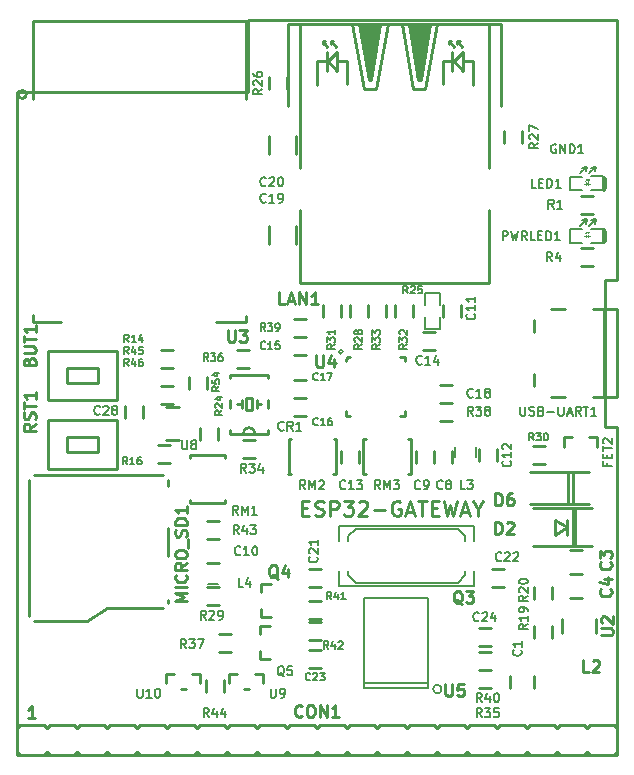
<source format=gbr>
G04 #@! TF.GenerationSoftware,KiCad,Pcbnew,no-vcs-found-097f89d~58~ubuntu14.04.1*
G04 #@! TF.CreationDate,2017-05-03T15:29:04+03:00*
G04 #@! TF.ProjectId,ESP32-GATEWAY_Rev_A,45535033322D474154455741595F5265,B*
G04 #@! TF.FileFunction,Legend,Top*
G04 #@! TF.FilePolarity,Positive*
%FSLAX46Y46*%
G04 Gerber Fmt 4.6, Leading zero omitted, Abs format (unit mm)*
G04 Created by KiCad (PCBNEW no-vcs-found-097f89d~58~ubuntu14.04.1) date Wed May  3 15:29:04 2017*
%MOMM*%
%LPD*%
G01*
G04 APERTURE LIST*
%ADD10C,0.100000*%
%ADD11C,0.254000*%
%ADD12C,0.127000*%
%ADD13C,0.150000*%
%ADD14C,0.200000*%
%ADD15C,0.400000*%
%ADD16C,0.050000*%
%ADD17C,0.158750*%
%ADD18C,0.190500*%
G04 APERTURE END LIST*
D10*
D11*
X93786476Y-108367285D02*
X94209809Y-108367285D01*
X94391238Y-109032523D02*
X93786476Y-109032523D01*
X93786476Y-107762523D01*
X94391238Y-107762523D01*
X94875047Y-108972047D02*
X95056476Y-109032523D01*
X95358857Y-109032523D01*
X95479809Y-108972047D01*
X95540285Y-108911571D01*
X95600761Y-108790619D01*
X95600761Y-108669666D01*
X95540285Y-108548714D01*
X95479809Y-108488238D01*
X95358857Y-108427761D01*
X95116952Y-108367285D01*
X94996000Y-108306809D01*
X94935523Y-108246333D01*
X94875047Y-108125380D01*
X94875047Y-108004428D01*
X94935523Y-107883476D01*
X94996000Y-107823000D01*
X95116952Y-107762523D01*
X95419333Y-107762523D01*
X95600761Y-107823000D01*
X96145047Y-109032523D02*
X96145047Y-107762523D01*
X96628857Y-107762523D01*
X96749809Y-107823000D01*
X96810285Y-107883476D01*
X96870761Y-108004428D01*
X96870761Y-108185857D01*
X96810285Y-108306809D01*
X96749809Y-108367285D01*
X96628857Y-108427761D01*
X96145047Y-108427761D01*
X97294095Y-107762523D02*
X98080285Y-107762523D01*
X97656952Y-108246333D01*
X97838380Y-108246333D01*
X97959333Y-108306809D01*
X98019809Y-108367285D01*
X98080285Y-108488238D01*
X98080285Y-108790619D01*
X98019809Y-108911571D01*
X97959333Y-108972047D01*
X97838380Y-109032523D01*
X97475523Y-109032523D01*
X97354571Y-108972047D01*
X97294095Y-108911571D01*
X98564095Y-107883476D02*
X98624571Y-107823000D01*
X98745523Y-107762523D01*
X99047904Y-107762523D01*
X99168857Y-107823000D01*
X99229333Y-107883476D01*
X99289809Y-108004428D01*
X99289809Y-108125380D01*
X99229333Y-108306809D01*
X98503619Y-109032523D01*
X99289809Y-109032523D01*
X99834095Y-108548714D02*
X100801714Y-108548714D01*
X102071714Y-107823000D02*
X101950761Y-107762523D01*
X101769333Y-107762523D01*
X101587904Y-107823000D01*
X101466952Y-107943952D01*
X101406476Y-108064904D01*
X101346000Y-108306809D01*
X101346000Y-108488238D01*
X101406476Y-108730142D01*
X101466952Y-108851095D01*
X101587904Y-108972047D01*
X101769333Y-109032523D01*
X101890285Y-109032523D01*
X102071714Y-108972047D01*
X102132190Y-108911571D01*
X102132190Y-108488238D01*
X101890285Y-108488238D01*
X102616000Y-108669666D02*
X103220761Y-108669666D01*
X102495047Y-109032523D02*
X102918380Y-107762523D01*
X103341714Y-109032523D01*
X103583619Y-107762523D02*
X104309333Y-107762523D01*
X103946476Y-109032523D02*
X103946476Y-107762523D01*
X104732666Y-108367285D02*
X105156000Y-108367285D01*
X105337428Y-109032523D02*
X104732666Y-109032523D01*
X104732666Y-107762523D01*
X105337428Y-107762523D01*
X105760761Y-107762523D02*
X106063142Y-109032523D01*
X106305047Y-108125380D01*
X106546952Y-109032523D01*
X106849333Y-107762523D01*
X107272666Y-108669666D02*
X107877428Y-108669666D01*
X107151714Y-109032523D02*
X107575047Y-107762523D01*
X107998380Y-109032523D01*
X108663619Y-108427761D02*
X108663619Y-109032523D01*
X108240285Y-107762523D02*
X108663619Y-108427761D01*
X109086952Y-107762523D01*
X120396000Y-101473000D02*
X120396000Y-129286000D01*
X119380000Y-101473000D02*
X120396000Y-101473000D01*
X119380000Y-89027000D02*
X119380000Y-101473000D01*
X120396000Y-89027000D02*
X119380000Y-89027000D01*
X120396000Y-67056000D02*
X120396000Y-89027000D01*
X120396000Y-67056000D02*
X89154000Y-67056000D01*
X69596000Y-129286000D02*
X120396000Y-129286000D01*
X69596000Y-73152000D02*
X69596000Y-129286000D01*
X71156285Y-126189619D02*
X70575714Y-126189619D01*
X70866000Y-126189619D02*
X70866000Y-125173619D01*
X70769238Y-125318761D01*
X70672476Y-125415523D01*
X70575714Y-125463904D01*
X89154000Y-73152000D02*
X89154000Y-67056000D01*
X69596000Y-73152000D02*
X89154000Y-73152000D01*
D12*
X98996500Y-123190000D02*
X104457500Y-123190000D01*
D13*
X98996500Y-115951000D02*
X98996500Y-123571000D01*
X104457500Y-123571000D02*
X104457500Y-115951000D01*
X98996500Y-115951000D02*
X104457500Y-115951000D01*
X104457500Y-123571000D02*
X98996500Y-123571000D01*
X105578710Y-123698000D02*
G75*
G03X105578710Y-123698000I-359210J0D01*
G01*
D14*
X97226873Y-95145860D02*
G75*
G03X97226873Y-95145860I-176013J0D01*
G01*
D11*
X97850960Y-95544640D02*
X97624900Y-95544640D01*
X102448360Y-95544640D02*
X102047040Y-95544640D01*
X102448360Y-95945960D02*
X102448360Y-95544640D01*
X102448360Y-100543360D02*
X102448360Y-100142040D01*
X102047040Y-100543360D02*
X102448360Y-100543360D01*
X97449640Y-100543360D02*
X97850960Y-100543360D01*
X97449640Y-100142040D02*
X97449640Y-100543360D01*
X97449640Y-95719900D02*
X97449640Y-95945960D01*
X97624900Y-95544640D02*
X97449640Y-95719900D01*
D12*
X104140000Y-91186000D02*
X104140000Y-90170000D01*
X104140000Y-90170000D02*
X105410000Y-90170000D01*
X105410000Y-90170000D02*
X105410000Y-91186000D01*
X104140000Y-93218000D02*
X105410000Y-93218000D01*
X105410000Y-93218000D02*
X105410000Y-92202000D01*
X104140000Y-93218000D02*
X104140000Y-92202000D01*
D11*
X71010000Y-67133000D02*
X89010000Y-67133000D01*
X71010000Y-73133000D02*
X89010000Y-73133000D01*
X70419411Y-73353000D02*
G75*
G03X70419411Y-73353000I-339411J0D01*
G01*
X89010000Y-67133000D02*
X89010000Y-73753000D01*
X71010000Y-92633000D02*
X71010000Y-92043000D01*
X71010000Y-92633000D02*
X73380000Y-92633000D01*
X89010000Y-92633000D02*
X86520000Y-92633000D01*
X89010000Y-92633000D02*
X89010000Y-92093000D01*
X71010000Y-67133000D02*
X71010000Y-73753000D01*
X77284580Y-116852700D02*
X75577700Y-117944900D01*
X70609460Y-106027220D02*
X70609460Y-117513100D01*
X71038720Y-105585260D02*
X81975960Y-105585260D01*
X71038720Y-117944900D02*
X75557380Y-117944900D01*
X82405220Y-116123720D02*
X82405220Y-116423440D01*
X82405220Y-110025180D02*
X82405220Y-112473740D01*
X82405220Y-106017060D02*
X82405220Y-106486960D01*
X81975960Y-116852700D02*
X77284580Y-116852700D01*
X98600260Y-67360800D02*
X100401120Y-67360800D01*
X99400360Y-72161400D02*
X98600260Y-67360800D01*
X99601020Y-72161400D02*
X99400360Y-72161400D01*
X100401120Y-67360800D02*
X99601020Y-72161400D01*
X102798880Y-67360800D02*
X104599740Y-67360800D01*
X103598980Y-72161400D02*
X102798880Y-67360800D01*
X103799640Y-72161400D02*
X103598980Y-72161400D01*
X104599740Y-67360800D02*
X103799640Y-72161400D01*
X110600000Y-67359000D02*
X110600000Y-74359000D01*
X109600000Y-67359000D02*
X110600000Y-67359000D01*
X92600000Y-67359000D02*
X92600000Y-74359000D01*
X93600000Y-67359000D02*
X92600000Y-67359000D01*
X99001580Y-72859900D02*
X98000820Y-67360800D01*
X100002340Y-72859900D02*
X99001580Y-72859900D01*
X101000560Y-67360800D02*
X100002340Y-72859900D01*
X103197660Y-72859900D02*
X102199440Y-67360800D01*
X104198420Y-72859900D02*
X103197660Y-72859900D01*
X105199180Y-67360800D02*
X104198420Y-72859900D01*
X95501460Y-68859400D02*
X95501460Y-69060060D01*
X95501460Y-68859400D02*
X95702120Y-68859400D01*
X95900240Y-69359780D02*
X95501460Y-68859400D01*
X96202500Y-68859400D02*
X96202500Y-69060060D01*
X96202500Y-68859400D02*
X96400620Y-68859400D01*
X96601280Y-69359780D02*
X96202500Y-68859400D01*
X97533460Y-70561200D02*
X97533460Y-72499220D01*
X96832420Y-70561200D02*
X97533460Y-70561200D01*
X95834200Y-69761100D02*
X95834200Y-71361300D01*
X95933260Y-70561200D02*
X96733360Y-71361300D01*
X96733360Y-69761100D02*
X95933260Y-70561200D01*
X96733360Y-69761100D02*
X96733360Y-71361300D01*
X95034100Y-70561200D02*
X95732600Y-70561200D01*
X95034100Y-72588120D02*
X95034100Y-70561200D01*
X106199940Y-68859400D02*
X106199940Y-69060060D01*
X106199940Y-68859400D02*
X106398060Y-68859400D01*
X106598720Y-69359780D02*
X106199940Y-68859400D01*
X106898440Y-68859400D02*
X106898440Y-69060060D01*
X106898440Y-68859400D02*
X107099100Y-68859400D01*
X107299760Y-69359780D02*
X106898440Y-68859400D01*
X105700000Y-70559000D02*
X105700000Y-72459000D01*
X106398060Y-70561200D02*
X105699560Y-70561200D01*
X106499660Y-71361300D02*
X106499660Y-69761100D01*
X106598720Y-70561200D02*
X107398820Y-69761100D01*
X107398820Y-71361300D02*
X106598720Y-70561200D01*
X107400000Y-71359000D02*
X107400000Y-69759000D01*
X108200000Y-70559000D02*
X107500000Y-70559000D01*
X108200000Y-72559000D02*
X108200000Y-70559000D01*
X109600000Y-83109000D02*
X109600000Y-89359000D01*
X109600000Y-67359000D02*
X109600000Y-79609000D01*
X93600000Y-67359000D02*
X109600000Y-67359000D01*
X93600000Y-79609000D02*
X93600000Y-67359000D01*
X93600000Y-89359000D02*
X93600000Y-83109000D01*
X109600000Y-89359000D02*
X93600000Y-89359000D01*
X103700000Y-72159000D02*
X103050000Y-67369000D01*
X103710000Y-72009000D02*
X104360000Y-67379000D01*
X103720000Y-71399000D02*
X103160000Y-67369000D01*
X103710000Y-71109000D02*
X104120000Y-67379000D01*
X103730000Y-70589000D02*
X103370000Y-67379000D01*
X103680000Y-69879000D02*
X103870000Y-67369000D01*
X103770000Y-68999000D02*
X103570000Y-67359000D01*
X103600000Y-68229000D02*
X103740000Y-67419000D01*
X99510000Y-71969000D02*
X98790000Y-67369000D01*
X99500000Y-71799000D02*
X100170000Y-67379000D01*
X99510000Y-71219000D02*
X98990000Y-67489000D01*
X99450000Y-70749000D02*
X99930000Y-67389000D01*
X99580000Y-69999000D02*
X99180000Y-67429000D01*
X99550000Y-69579000D02*
X99700000Y-67399000D01*
X99620000Y-68969000D02*
X99340000Y-67389000D01*
X99510000Y-68259000D02*
X99510000Y-67389000D01*
X111379000Y-123571000D02*
X111379000Y-122555000D01*
X113411000Y-123571000D02*
X113411000Y-122555000D01*
X106426000Y-104521000D02*
X106426000Y-103505000D01*
X104902000Y-104521000D02*
X104902000Y-103505000D01*
X104902000Y-104521000D02*
X104902000Y-103505000D01*
X103378000Y-104521000D02*
X103378000Y-103505000D01*
X85725000Y-113030000D02*
X86741000Y-113030000D01*
X85725000Y-110998000D02*
X86741000Y-110998000D01*
X107188000Y-91186000D02*
X107188000Y-92202000D01*
X105664000Y-91186000D02*
X105664000Y-92202000D01*
X110236000Y-103378000D02*
X110236000Y-104394000D01*
X108712000Y-103378000D02*
X108712000Y-104394000D01*
X98552000Y-103505000D02*
X98552000Y-104521000D01*
X97028000Y-103505000D02*
X97028000Y-104521000D01*
X104013000Y-94996000D02*
X105029000Y-94996000D01*
X104013000Y-93472000D02*
X105029000Y-93472000D01*
X94107000Y-93853000D02*
X93091000Y-93853000D01*
X94107000Y-95377000D02*
X93091000Y-95377000D01*
X94107000Y-99060000D02*
X93091000Y-99060000D01*
X94107000Y-100584000D02*
X93091000Y-100584000D01*
X94107000Y-99060000D02*
X93091000Y-99060000D01*
X94107000Y-97536000D02*
X93091000Y-97536000D01*
X106426000Y-99441000D02*
X105410000Y-99441000D01*
X106426000Y-97917000D02*
X105410000Y-97917000D01*
X90881000Y-102068000D02*
X87681000Y-102068000D01*
X87681000Y-97068000D02*
X90881000Y-97068000D01*
X90881000Y-102068000D02*
X90881000Y-101768000D01*
X90881000Y-99868000D02*
X90881000Y-99268000D01*
X90881000Y-97368000D02*
X90881000Y-97068000D01*
X87681000Y-102068000D02*
X87681000Y-101768000D01*
X87681000Y-99868000D02*
X87681000Y-99268000D01*
X87681000Y-97368000D02*
X87681000Y-97068000D01*
X89535000Y-100076000D02*
X89535000Y-99060000D01*
X89535000Y-99060000D02*
X89027000Y-99060000D01*
X89027000Y-99060000D02*
X89027000Y-100076000D01*
X89027000Y-100076000D02*
X89535000Y-100076000D01*
X89916000Y-99895660D02*
X89916000Y-99568000D01*
X89916000Y-99568000D02*
X89916000Y-99240340D01*
X89916000Y-99568000D02*
X90297000Y-99568000D01*
X88646000Y-99895660D02*
X88646000Y-99568000D01*
X88646000Y-99568000D02*
X88646000Y-99240340D01*
X88646000Y-99568000D02*
X88265000Y-99568000D01*
X89781000Y-102058000D02*
G75*
G03X88781000Y-102058000I-500000J0D01*
G01*
D15*
X116774000Y-111457000D02*
X116774000Y-108457000D01*
D11*
X118323360Y-111584740D02*
X113324640Y-111584740D01*
X113324640Y-108379260D02*
X118323360Y-108379260D01*
X115189000Y-109347000D02*
X115189000Y-110617000D01*
X115189000Y-110617000D02*
X116205000Y-109982000D01*
X115189000Y-109347000D02*
X116205000Y-109982000D01*
X116205000Y-109347000D02*
X116205000Y-110617000D01*
D12*
X106680000Y-104063800D02*
X106680000Y-103225600D01*
X108458000Y-104063800D02*
X108458000Y-103225600D01*
X86664800Y-113030000D02*
X85826600Y-113030000D01*
X86664800Y-114808000D02*
X85826600Y-114808000D01*
D11*
X119253000Y-85826600D02*
X119253000Y-84785200D01*
X119418100Y-84899500D02*
X119418100Y-85725000D01*
X119265700Y-85864700D02*
X119405400Y-85737700D01*
X119265700Y-84772500D02*
X119418100Y-84899500D01*
D13*
X118097300Y-84480400D02*
X118643400Y-83908900D01*
X118656100Y-83908900D02*
X118237000Y-83997800D01*
X118656100Y-83921600D02*
X118605300Y-84315300D01*
X117868700Y-83921600D02*
X117817900Y-84315300D01*
X117868700Y-83908900D02*
X117449600Y-83997800D01*
X117309900Y-84480400D02*
X117856000Y-83908900D01*
D16*
X117936000Y-85094000D02*
X118066000Y-84984000D01*
X118076000Y-84964000D02*
X117996000Y-84974000D01*
X118076000Y-84964000D02*
X118076000Y-85044000D01*
X117886000Y-84964000D02*
X117886000Y-85044000D01*
X117886000Y-84964000D02*
X117806000Y-84974000D01*
X117746000Y-85094000D02*
X117876000Y-84984000D01*
D10*
X117956000Y-85234000D02*
X117956000Y-85454000D01*
X117766000Y-85454000D02*
X117866000Y-85354000D01*
X117766000Y-85234000D02*
X117876000Y-85334000D01*
X117766000Y-85234000D02*
X117766000Y-85454000D01*
X117596000Y-85344000D02*
X118116000Y-85344000D01*
D12*
X118237000Y-84709000D02*
X119253000Y-84709000D01*
X119253000Y-85928200D02*
X118237000Y-85928200D01*
X116459000Y-84759800D02*
X116459000Y-85928200D01*
X116459000Y-85928200D02*
X117475000Y-85928200D01*
X116459000Y-84759800D02*
X117475000Y-84759800D01*
D11*
X81788000Y-94996000D02*
X82804000Y-94996000D01*
X81788000Y-96520000D02*
X82804000Y-96520000D01*
X82550000Y-102997000D02*
X81534000Y-102997000D01*
X82550000Y-104521000D02*
X81534000Y-104521000D01*
X86614000Y-102616000D02*
X86614000Y-101600000D01*
X85090000Y-102616000D02*
X85090000Y-101600000D01*
X90932000Y-72898000D02*
X90932000Y-71882000D01*
X92456000Y-72898000D02*
X92456000Y-71882000D01*
X112395000Y-76454000D02*
X112395000Y-77470000D01*
X110871000Y-76454000D02*
X110871000Y-77470000D01*
X97790000Y-91186000D02*
X97790000Y-92202000D01*
X99314000Y-91186000D02*
X99314000Y-92202000D01*
X86741000Y-116586000D02*
X85725000Y-116586000D01*
X86741000Y-115062000D02*
X85725000Y-115062000D01*
X97028000Y-91186000D02*
X97028000Y-92202000D01*
X95504000Y-91186000D02*
X95504000Y-92202000D01*
X101600000Y-91186000D02*
X101600000Y-92202000D01*
X103124000Y-91186000D02*
X103124000Y-92202000D01*
X100838000Y-91186000D02*
X100838000Y-92202000D01*
X99314000Y-91186000D02*
X99314000Y-92202000D01*
X88773000Y-102616000D02*
X89789000Y-102616000D01*
X88773000Y-104140000D02*
X89789000Y-104140000D01*
X108712000Y-122047000D02*
X109728000Y-122047000D01*
X108712000Y-123571000D02*
X109728000Y-123571000D01*
X88265000Y-96520000D02*
X89281000Y-96520000D01*
X88265000Y-94996000D02*
X89281000Y-94996000D01*
X105410000Y-99441000D02*
X106426000Y-99441000D01*
X105410000Y-100965000D02*
X106426000Y-100965000D01*
X94107000Y-92329000D02*
X93091000Y-92329000D01*
X94107000Y-93853000D02*
X93091000Y-93853000D01*
X108712000Y-120523000D02*
X109728000Y-120523000D01*
X108712000Y-122047000D02*
X109728000Y-122047000D01*
X95377000Y-116205000D02*
X94361000Y-116205000D01*
X95377000Y-117729000D02*
X94361000Y-117729000D01*
X87198200Y-103924100D02*
X84251800Y-103924100D01*
X87198200Y-103936800D02*
X87198200Y-104114600D01*
X84251800Y-103911400D02*
X84251800Y-104127300D01*
X87198200Y-107734100D02*
X87198200Y-107924600D01*
X87198200Y-107924600D02*
X84251800Y-107924600D01*
X84251800Y-107924600D02*
X84251800Y-107708700D01*
X92621100Y-102539800D02*
X92621100Y-105486200D01*
X92633800Y-102539800D02*
X92811600Y-102539800D01*
X92608400Y-105486200D02*
X92824300Y-105486200D01*
X96431100Y-102539800D02*
X96621600Y-102539800D01*
X96621600Y-102539800D02*
X96621600Y-105486200D01*
X96621600Y-105486200D02*
X96405700Y-105486200D01*
X98958400Y-102539800D02*
X99174300Y-102539800D01*
X98958400Y-105486200D02*
X98958400Y-102539800D01*
X99148900Y-105486200D02*
X98958400Y-105486200D01*
X102971600Y-102539800D02*
X102755700Y-102539800D01*
X102946200Y-105486200D02*
X102768400Y-105486200D01*
X102958900Y-105486200D02*
X102958900Y-102539800D01*
X115811300Y-117805200D02*
X115811300Y-118935500D01*
X118618000Y-117805200D02*
X118618000Y-118935500D01*
X86741000Y-110998000D02*
X85725000Y-110998000D01*
X86741000Y-109474000D02*
X85725000Y-109474000D01*
X76484000Y-96555000D02*
X76484000Y-97755000D01*
X76484000Y-97755000D02*
X73884000Y-97755000D01*
X73884000Y-96555000D02*
X73884000Y-97755000D01*
X76484000Y-96555000D02*
X73884000Y-96555000D01*
X72284000Y-99255000D02*
X78084000Y-99255000D01*
X72284000Y-95055000D02*
X72284000Y-99255000D01*
X78084000Y-95055000D02*
X72284000Y-95055000D01*
X78084000Y-99255000D02*
X78084000Y-95055000D01*
X76484000Y-102397000D02*
X76484000Y-103597000D01*
X76484000Y-103597000D02*
X73884000Y-103597000D01*
X73884000Y-102397000D02*
X73884000Y-103597000D01*
X76484000Y-102397000D02*
X73884000Y-102397000D01*
X72284000Y-105097000D02*
X78084000Y-105097000D01*
X72284000Y-100897000D02*
X72284000Y-105097000D01*
X78084000Y-100897000D02*
X72284000Y-100897000D01*
X78084000Y-105097000D02*
X78084000Y-100897000D01*
X93218000Y-85979000D02*
X93218000Y-84455000D01*
X90932000Y-85979000D02*
X90932000Y-84455000D01*
X93218000Y-76835000D02*
X93218000Y-78359000D01*
X90932000Y-76835000D02*
X90932000Y-78359000D01*
X95377000Y-115062000D02*
X94361000Y-115062000D01*
X95377000Y-113538000D02*
X94361000Y-113538000D01*
X109855000Y-115062000D02*
X110871000Y-115062000D01*
X109855000Y-113538000D02*
X110871000Y-113538000D01*
X95377000Y-121920000D02*
X94361000Y-121920000D01*
X95377000Y-120396000D02*
X94361000Y-120396000D01*
X108712000Y-120015000D02*
X109728000Y-120015000D01*
X108712000Y-118491000D02*
X109728000Y-118491000D01*
X80264000Y-100711000D02*
X80264000Y-99695000D01*
X78740000Y-100711000D02*
X78740000Y-99695000D01*
X118070000Y-105330000D02*
X113070000Y-105330000D01*
X116700000Y-108030000D02*
X116700000Y-105330000D01*
X113070000Y-108030000D02*
X118070000Y-108030000D01*
X116260000Y-108030000D02*
X116260000Y-105330000D01*
X116636800Y-102362000D02*
X115925600Y-102362000D01*
X115925600Y-103200200D02*
X115925600Y-102362000D01*
X118770400Y-103200200D02*
X118770400Y-102362000D01*
X118770400Y-102362000D02*
X118059200Y-102362000D01*
D13*
X97663000Y-110744000D02*
X97663000Y-111125000D01*
X97663000Y-114046000D02*
X97663000Y-113665000D01*
X107569000Y-114046000D02*
X107569000Y-113665000D01*
X107569000Y-110744000D02*
X107569000Y-111125000D01*
X108331000Y-109855000D02*
X108331000Y-111125000D01*
X108331000Y-114935000D02*
X108331000Y-113665000D01*
X96901000Y-114935000D02*
X96901000Y-113665000D01*
X96901000Y-109855000D02*
X96901000Y-111125000D01*
X97663000Y-114046000D02*
X98298000Y-114681000D01*
X98298000Y-114681000D02*
X106934000Y-114681000D01*
X106934000Y-114681000D02*
X107569000Y-114046000D01*
X107569000Y-110744000D02*
X106934000Y-110109000D01*
X106934000Y-110109000D02*
X98298000Y-110109000D01*
X98298000Y-110109000D02*
X97663000Y-110744000D01*
X108331000Y-114935000D02*
X96901000Y-114935000D01*
X96901000Y-109855000D02*
X108331000Y-109855000D01*
D11*
X90297000Y-116916200D02*
X90297000Y-117627400D01*
X91135200Y-117627400D02*
X90297000Y-117627400D01*
X91135200Y-114782600D02*
X90297000Y-114782600D01*
X90297000Y-114782600D02*
X90297000Y-115493800D01*
X90170000Y-120472200D02*
X90170000Y-121183400D01*
X91008200Y-121183400D02*
X90170000Y-121183400D01*
X91008200Y-118338600D02*
X90170000Y-118338600D01*
X90170000Y-118338600D02*
X90170000Y-119049800D01*
X114300000Y-103124000D02*
X113284000Y-103124000D01*
X114300000Y-104648000D02*
X113284000Y-104648000D01*
X95377000Y-119507000D02*
X94361000Y-119507000D01*
X95377000Y-117983000D02*
X94361000Y-117983000D01*
X82804000Y-96520000D02*
X81788000Y-96520000D01*
X82804000Y-98044000D02*
X81788000Y-98044000D01*
X81788000Y-99568000D02*
X82804000Y-99568000D01*
X81788000Y-98044000D02*
X82804000Y-98044000D01*
X85725000Y-98298000D02*
X85725000Y-97282000D01*
X84201000Y-98298000D02*
X84201000Y-97282000D01*
X118364000Y-87884000D02*
X117348000Y-87884000D01*
X118364000Y-86360000D02*
X117348000Y-86360000D01*
X114935000Y-118364000D02*
X114935000Y-119380000D01*
X113411000Y-118364000D02*
X113411000Y-119380000D01*
X113411000Y-116078000D02*
X113411000Y-115062000D01*
X114935000Y-116078000D02*
X114935000Y-115062000D01*
X117475000Y-111887000D02*
X116459000Y-111887000D01*
X117475000Y-113919000D02*
X116459000Y-113919000D01*
X117475000Y-115951000D02*
X116459000Y-115951000D01*
X117475000Y-113919000D02*
X116459000Y-113919000D01*
X87757000Y-120523000D02*
X86741000Y-120523000D01*
X87757000Y-118999000D02*
X86741000Y-118999000D01*
X82245200Y-102628700D02*
X83375500Y-102628700D01*
X82245200Y-99822000D02*
X83375500Y-99822000D01*
X87604600Y-123190000D02*
X87604600Y-122402600D01*
X87604600Y-122402600D02*
X88265000Y-122402600D01*
X89789000Y-122402600D02*
X90449400Y-122402600D01*
X90449400Y-122402600D02*
X90449400Y-123190000D01*
X88823800Y-123723400D02*
X89230200Y-123723400D01*
X82270600Y-123190000D02*
X82270600Y-122402600D01*
X82270600Y-122402600D02*
X82931000Y-122402600D01*
X84455000Y-122402600D02*
X85115400Y-122402600D01*
X85115400Y-122402600D02*
X85115400Y-123190000D01*
X83489800Y-123723400D02*
X83896200Y-123723400D01*
X85598000Y-122936000D02*
X85598000Y-123952000D01*
X87122000Y-122936000D02*
X87122000Y-123952000D01*
X114867000Y-91550000D02*
X116067000Y-91550000D01*
X120467000Y-98950000D02*
X118367000Y-98950000D01*
X120467000Y-91550000D02*
X120467000Y-98950000D01*
X118367000Y-91550000D02*
X120467000Y-91550000D01*
X113367000Y-92450000D02*
X113367000Y-93450000D01*
X113367000Y-97050000D02*
X113367000Y-98050000D01*
X114867000Y-98950000D02*
X116067000Y-98950000D01*
X119367000Y-91550000D02*
X119367000Y-98950000D01*
X110490000Y-129286000D02*
X110236000Y-129032000D01*
X110236000Y-127000000D02*
X110490000Y-126746000D01*
X110490000Y-126746000D02*
X112522000Y-126746000D01*
X115062000Y-126746000D02*
X115316000Y-127000000D01*
X112522000Y-129286000D02*
X110490000Y-129286000D01*
X115316000Y-129032000D02*
X115062000Y-129286000D01*
X113030000Y-126746000D02*
X115062000Y-126746000D01*
X112776000Y-127000000D02*
X113030000Y-126746000D01*
X115062000Y-129286000D02*
X113030000Y-129286000D01*
X112776000Y-129032000D02*
X112522000Y-129286000D01*
X113030000Y-129286000D02*
X112776000Y-129032000D01*
X112522000Y-126746000D02*
X112776000Y-127000000D01*
X115062000Y-126746000D02*
X115316000Y-127000000D01*
X115316000Y-129032000D02*
X115062000Y-129286000D01*
X115062000Y-129286000D02*
X113030000Y-129286000D01*
X113030000Y-126746000D02*
X115062000Y-126746000D01*
X112776000Y-127000000D02*
X113030000Y-126746000D01*
X113030000Y-129286000D02*
X112776000Y-129032000D01*
X118110000Y-129286000D02*
X117856000Y-129032000D01*
X117856000Y-127000000D02*
X118110000Y-126746000D01*
X118110000Y-126746000D02*
X120142000Y-126746000D01*
X120142000Y-129286000D02*
X118110000Y-129286000D01*
X120396000Y-129032000D02*
X120142000Y-129286000D01*
X120142000Y-126746000D02*
X120396000Y-127000000D01*
X117602000Y-126746000D02*
X117856000Y-127000000D01*
X118110000Y-129286000D02*
X117856000Y-129032000D01*
X117856000Y-129032000D02*
X117602000Y-129286000D01*
X120142000Y-129286000D02*
X118110000Y-129286000D01*
X117856000Y-127000000D02*
X118110000Y-126746000D01*
X118110000Y-126746000D02*
X120142000Y-126746000D01*
X120396000Y-127000000D02*
X120396000Y-129032000D01*
X120396000Y-129032000D02*
X120142000Y-129286000D01*
X117602000Y-129286000D02*
X115570000Y-129286000D01*
X120142000Y-126746000D02*
X120396000Y-127000000D01*
X115570000Y-126746000D02*
X117602000Y-126746000D01*
X115316000Y-127000000D02*
X115570000Y-126746000D01*
X115570000Y-129286000D02*
X115316000Y-129032000D01*
X105410000Y-129286000D02*
X105156000Y-129032000D01*
X105156000Y-127000000D02*
X105410000Y-126746000D01*
X105410000Y-126746000D02*
X107442000Y-126746000D01*
X109982000Y-126746000D02*
X110236000Y-127000000D01*
X107442000Y-129286000D02*
X105410000Y-129286000D01*
X110236000Y-129032000D02*
X109982000Y-129286000D01*
X107950000Y-126746000D02*
X109982000Y-126746000D01*
X107696000Y-127000000D02*
X107950000Y-126746000D01*
X109982000Y-129286000D02*
X107950000Y-129286000D01*
X107696000Y-129032000D02*
X107442000Y-129286000D01*
X107950000Y-129286000D02*
X107696000Y-129032000D01*
X107442000Y-126746000D02*
X107696000Y-127000000D01*
X109982000Y-126746000D02*
X110236000Y-127000000D01*
X110236000Y-129032000D02*
X109982000Y-129286000D01*
X109982000Y-129286000D02*
X107950000Y-129286000D01*
X107950000Y-126746000D02*
X109982000Y-126746000D01*
X107696000Y-127000000D02*
X107950000Y-126746000D01*
X107950000Y-129286000D02*
X107696000Y-129032000D01*
X102870000Y-129286000D02*
X102616000Y-129032000D01*
X102616000Y-127000000D02*
X102870000Y-126746000D01*
X102870000Y-126746000D02*
X104902000Y-126746000D01*
X104902000Y-129286000D02*
X102870000Y-129286000D01*
X105156000Y-129032000D02*
X104902000Y-129286000D01*
X104902000Y-126746000D02*
X105156000Y-127000000D01*
X102362000Y-126746000D02*
X102616000Y-127000000D01*
X102870000Y-129286000D02*
X102616000Y-129032000D01*
X102616000Y-129032000D02*
X102362000Y-129286000D01*
X104902000Y-129286000D02*
X102870000Y-129286000D01*
X102616000Y-127000000D02*
X102870000Y-126746000D01*
X102870000Y-126746000D02*
X104902000Y-126746000D01*
X105156000Y-129032000D02*
X104902000Y-129286000D01*
X102362000Y-129286000D02*
X100330000Y-129286000D01*
X104902000Y-126746000D02*
X105156000Y-127000000D01*
X100330000Y-126746000D02*
X102362000Y-126746000D01*
X100076000Y-127000000D02*
X100330000Y-126746000D01*
X100330000Y-129286000D02*
X100076000Y-129032000D01*
X95250000Y-129286000D02*
X94996000Y-129032000D01*
X94996000Y-127000000D02*
X95250000Y-126746000D01*
X95250000Y-126746000D02*
X97282000Y-126746000D01*
X99822000Y-126746000D02*
X100076000Y-127000000D01*
X97282000Y-129286000D02*
X95250000Y-129286000D01*
X100076000Y-129032000D02*
X99822000Y-129286000D01*
X97790000Y-126746000D02*
X99822000Y-126746000D01*
X97536000Y-127000000D02*
X97790000Y-126746000D01*
X99822000Y-129286000D02*
X97790000Y-129286000D01*
X97536000Y-129032000D02*
X97282000Y-129286000D01*
X97790000Y-129286000D02*
X97536000Y-129032000D01*
X97282000Y-126746000D02*
X97536000Y-127000000D01*
X99822000Y-126746000D02*
X100076000Y-127000000D01*
X100076000Y-129032000D02*
X99822000Y-129286000D01*
X99822000Y-129286000D02*
X97790000Y-129286000D01*
X97790000Y-126746000D02*
X99822000Y-126746000D01*
X97536000Y-127000000D02*
X97790000Y-126746000D01*
X97790000Y-129286000D02*
X97536000Y-129032000D01*
X92710000Y-129286000D02*
X92456000Y-129032000D01*
X92456000Y-127000000D02*
X92710000Y-126746000D01*
X92710000Y-126746000D02*
X94742000Y-126746000D01*
X94742000Y-129286000D02*
X92710000Y-129286000D01*
X94996000Y-129032000D02*
X94742000Y-129286000D01*
X94742000Y-126746000D02*
X94996000Y-127000000D01*
X92202000Y-126746000D02*
X92456000Y-127000000D01*
X92710000Y-129286000D02*
X92456000Y-129032000D01*
X92456000Y-129032000D02*
X92202000Y-129286000D01*
X94742000Y-129286000D02*
X92710000Y-129286000D01*
X92456000Y-127000000D02*
X92710000Y-126746000D01*
X92710000Y-126746000D02*
X94742000Y-126746000D01*
X94996000Y-129032000D02*
X94742000Y-129286000D01*
X92202000Y-129286000D02*
X90170000Y-129286000D01*
X94742000Y-126746000D02*
X94996000Y-127000000D01*
X90170000Y-126746000D02*
X92202000Y-126746000D01*
X89916000Y-127000000D02*
X90170000Y-126746000D01*
X90170000Y-129286000D02*
X89916000Y-129032000D01*
X85090000Y-129286000D02*
X84836000Y-129032000D01*
X84836000Y-127000000D02*
X85090000Y-126746000D01*
X85090000Y-126746000D02*
X87122000Y-126746000D01*
X89662000Y-126746000D02*
X89916000Y-127000000D01*
X87122000Y-129286000D02*
X85090000Y-129286000D01*
X89916000Y-129032000D02*
X89662000Y-129286000D01*
X87630000Y-126746000D02*
X89662000Y-126746000D01*
X87376000Y-127000000D02*
X87630000Y-126746000D01*
X89662000Y-129286000D02*
X87630000Y-129286000D01*
X87376000Y-129032000D02*
X87122000Y-129286000D01*
X87630000Y-129286000D02*
X87376000Y-129032000D01*
X87122000Y-126746000D02*
X87376000Y-127000000D01*
X89662000Y-126746000D02*
X89916000Y-127000000D01*
X89916000Y-129032000D02*
X89662000Y-129286000D01*
X89662000Y-129286000D02*
X87630000Y-129286000D01*
X87630000Y-126746000D02*
X89662000Y-126746000D01*
X87376000Y-127000000D02*
X87630000Y-126746000D01*
X87630000Y-129286000D02*
X87376000Y-129032000D01*
X82550000Y-129286000D02*
X82296000Y-129032000D01*
X82296000Y-127000000D02*
X82550000Y-126746000D01*
X82550000Y-126746000D02*
X84582000Y-126746000D01*
X84582000Y-129286000D02*
X82550000Y-129286000D01*
X84836000Y-129032000D02*
X84582000Y-129286000D01*
X84582000Y-126746000D02*
X84836000Y-127000000D01*
X82042000Y-126746000D02*
X82296000Y-127000000D01*
X82550000Y-129286000D02*
X82296000Y-129032000D01*
X82296000Y-129032000D02*
X82042000Y-129286000D01*
X84582000Y-129286000D02*
X82550000Y-129286000D01*
X82296000Y-127000000D02*
X82550000Y-126746000D01*
X82550000Y-126746000D02*
X84582000Y-126746000D01*
X84836000Y-129032000D02*
X84582000Y-129286000D01*
X77470000Y-129286000D02*
X77216000Y-129032000D01*
X82042000Y-129286000D02*
X80010000Y-129286000D01*
X84582000Y-126746000D02*
X84836000Y-127000000D01*
X80010000Y-126746000D02*
X82042000Y-126746000D01*
X79756000Y-127000000D02*
X80010000Y-126746000D01*
X69596000Y-126746000D02*
X69850000Y-126746000D01*
X69850000Y-126746000D02*
X71882000Y-126746000D01*
X71882000Y-126746000D02*
X72136000Y-127000000D01*
X72136000Y-127000000D02*
X72390000Y-126746000D01*
X72390000Y-126746000D02*
X74422000Y-126746000D01*
X74422000Y-126746000D02*
X74676000Y-127000000D01*
X74676000Y-127000000D02*
X74930000Y-126746000D01*
X74930000Y-126746000D02*
X76962000Y-126746000D01*
X76962000Y-126746000D02*
X77216000Y-127000000D01*
X77216000Y-127000000D02*
X77470000Y-126746000D01*
X77470000Y-126746000D02*
X79502000Y-126746000D01*
X79502000Y-126746000D02*
X79756000Y-127000000D01*
X79756000Y-129032000D02*
X79502000Y-129286000D01*
X79502000Y-129286000D02*
X77470000Y-129286000D01*
X80010000Y-129286000D02*
X79756000Y-129032000D01*
X77216000Y-129032000D02*
X76962000Y-129286000D01*
X76962000Y-129286000D02*
X74930000Y-129286000D01*
X69596000Y-127000000D02*
X69850000Y-126746000D01*
X69850000Y-129286000D02*
X69596000Y-129032000D01*
X70104000Y-129286000D02*
X69596000Y-129286000D01*
X74422000Y-129286000D02*
X72390000Y-129286000D01*
X72390000Y-129286000D02*
X72136000Y-129032000D01*
X72136000Y-129032000D02*
X71882000Y-129286000D01*
X71882000Y-129286000D02*
X70104000Y-129286000D01*
X74422000Y-129286000D02*
X74676000Y-129032000D01*
X74676000Y-129032000D02*
X74930000Y-129286000D01*
X69596000Y-126746000D02*
X69596000Y-129286000D01*
X119253000Y-81381600D02*
X119253000Y-80340200D01*
X119418100Y-80454500D02*
X119418100Y-81280000D01*
X119265700Y-81419700D02*
X119405400Y-81292700D01*
X119265700Y-80327500D02*
X119418100Y-80454500D01*
D13*
X118097300Y-80035400D02*
X118643400Y-79463900D01*
X118656100Y-79463900D02*
X118237000Y-79552800D01*
X118656100Y-79476600D02*
X118605300Y-79870300D01*
X117868700Y-79476600D02*
X117817900Y-79870300D01*
X117868700Y-79463900D02*
X117449600Y-79552800D01*
X117309900Y-80035400D02*
X117856000Y-79463900D01*
D16*
X117936000Y-80649000D02*
X118066000Y-80539000D01*
X118076000Y-80519000D02*
X117996000Y-80529000D01*
X118076000Y-80519000D02*
X118076000Y-80599000D01*
X117886000Y-80519000D02*
X117886000Y-80599000D01*
X117886000Y-80519000D02*
X117806000Y-80529000D01*
X117746000Y-80649000D02*
X117876000Y-80539000D01*
D10*
X117956000Y-80789000D02*
X117956000Y-81009000D01*
X117766000Y-81009000D02*
X117866000Y-80909000D01*
X117766000Y-80789000D02*
X117876000Y-80889000D01*
X117766000Y-80789000D02*
X117766000Y-81009000D01*
X117596000Y-80899000D02*
X118116000Y-80899000D01*
D12*
X118237000Y-80264000D02*
X119253000Y-80264000D01*
X119253000Y-81483200D02*
X118237000Y-81483200D01*
X116459000Y-80314800D02*
X116459000Y-81483200D01*
X116459000Y-81483200D02*
X117475000Y-81483200D01*
X116459000Y-80314800D02*
X117475000Y-80314800D01*
D11*
X117348000Y-83439000D02*
X118364000Y-83439000D01*
X117348000Y-81915000D02*
X118364000Y-81915000D01*
X105905904Y-123268619D02*
X105905904Y-124091095D01*
X105954285Y-124187857D01*
X106002666Y-124236238D01*
X106099428Y-124284619D01*
X106292952Y-124284619D01*
X106389714Y-124236238D01*
X106438095Y-124187857D01*
X106486476Y-124091095D01*
X106486476Y-123268619D01*
X107454095Y-123268619D02*
X106970285Y-123268619D01*
X106921904Y-123752428D01*
X106970285Y-123704047D01*
X107067047Y-123655666D01*
X107308952Y-123655666D01*
X107405714Y-123704047D01*
X107454095Y-123752428D01*
X107502476Y-123849190D01*
X107502476Y-124091095D01*
X107454095Y-124187857D01*
X107405714Y-124236238D01*
X107308952Y-124284619D01*
X107067047Y-124284619D01*
X106970285Y-124236238D01*
X106921904Y-124187857D01*
D13*
D11*
X94983904Y-95455619D02*
X94983904Y-96278095D01*
X95032285Y-96374857D01*
X95080666Y-96423238D01*
X95177428Y-96471619D01*
X95370952Y-96471619D01*
X95467714Y-96423238D01*
X95516095Y-96374857D01*
X95564476Y-96278095D01*
X95564476Y-95455619D01*
X96483714Y-95794285D02*
X96483714Y-96471619D01*
X96241809Y-95407238D02*
X95999904Y-96132952D01*
X96628857Y-96132952D01*
D17*
X102715785Y-90203261D02*
X102504119Y-89900880D01*
X102352928Y-90203261D02*
X102352928Y-89568261D01*
X102594833Y-89568261D01*
X102655309Y-89598500D01*
X102685547Y-89628738D01*
X102715785Y-89689214D01*
X102715785Y-89779928D01*
X102685547Y-89840404D01*
X102655309Y-89870642D01*
X102594833Y-89900880D01*
X102352928Y-89900880D01*
X102957690Y-89628738D02*
X102987928Y-89598500D01*
X103048404Y-89568261D01*
X103199595Y-89568261D01*
X103260071Y-89598500D01*
X103290309Y-89628738D01*
X103320547Y-89689214D01*
X103320547Y-89749690D01*
X103290309Y-89840404D01*
X102927452Y-90203261D01*
X103320547Y-90203261D01*
X103895071Y-89568261D02*
X103592690Y-89568261D01*
X103562452Y-89870642D01*
X103592690Y-89840404D01*
X103653166Y-89810166D01*
X103804357Y-89810166D01*
X103864833Y-89840404D01*
X103895071Y-89870642D01*
X103925309Y-89931119D01*
X103925309Y-90082309D01*
X103895071Y-90142785D01*
X103864833Y-90173023D01*
X103804357Y-90203261D01*
X103653166Y-90203261D01*
X103592690Y-90173023D01*
X103562452Y-90142785D01*
D11*
X87490904Y-93296619D02*
X87490904Y-94119095D01*
X87539285Y-94215857D01*
X87587666Y-94264238D01*
X87684428Y-94312619D01*
X87877952Y-94312619D01*
X87974714Y-94264238D01*
X88023095Y-94215857D01*
X88071476Y-94119095D01*
X88071476Y-93296619D01*
X88458523Y-93296619D02*
X89087476Y-93296619D01*
X88748809Y-93683666D01*
X88893952Y-93683666D01*
X88990714Y-93732047D01*
X89039095Y-93780428D01*
X89087476Y-93877190D01*
X89087476Y-94119095D01*
X89039095Y-94215857D01*
X88990714Y-94264238D01*
X88893952Y-94312619D01*
X88603666Y-94312619D01*
X88506904Y-94264238D01*
X88458523Y-94215857D01*
X84025619Y-116259428D02*
X83009619Y-116259428D01*
X83735333Y-115920761D01*
X83009619Y-115582095D01*
X84025619Y-115582095D01*
X84025619Y-115098285D02*
X83009619Y-115098285D01*
X83928857Y-114033904D02*
X83977238Y-114082285D01*
X84025619Y-114227428D01*
X84025619Y-114324190D01*
X83977238Y-114469333D01*
X83880476Y-114566095D01*
X83783714Y-114614476D01*
X83590190Y-114662857D01*
X83445047Y-114662857D01*
X83251523Y-114614476D01*
X83154761Y-114566095D01*
X83058000Y-114469333D01*
X83009619Y-114324190D01*
X83009619Y-114227428D01*
X83058000Y-114082285D01*
X83106380Y-114033904D01*
X84025619Y-113017904D02*
X83541809Y-113356571D01*
X84025619Y-113598476D02*
X83009619Y-113598476D01*
X83009619Y-113211428D01*
X83058000Y-113114666D01*
X83106380Y-113066285D01*
X83203142Y-113017904D01*
X83348285Y-113017904D01*
X83445047Y-113066285D01*
X83493428Y-113114666D01*
X83541809Y-113211428D01*
X83541809Y-113598476D01*
X83009619Y-112388952D02*
X83009619Y-112195428D01*
X83058000Y-112098666D01*
X83154761Y-112001904D01*
X83348285Y-111953523D01*
X83686952Y-111953523D01*
X83880476Y-112001904D01*
X83977238Y-112098666D01*
X84025619Y-112195428D01*
X84025619Y-112388952D01*
X83977238Y-112485714D01*
X83880476Y-112582476D01*
X83686952Y-112630857D01*
X83348285Y-112630857D01*
X83154761Y-112582476D01*
X83058000Y-112485714D01*
X83009619Y-112388952D01*
X84122380Y-111760000D02*
X84122380Y-110985904D01*
X83977238Y-110792380D02*
X84025619Y-110647238D01*
X84025619Y-110405333D01*
X83977238Y-110308571D01*
X83928857Y-110260190D01*
X83832095Y-110211809D01*
X83735333Y-110211809D01*
X83638571Y-110260190D01*
X83590190Y-110308571D01*
X83541809Y-110405333D01*
X83493428Y-110598857D01*
X83445047Y-110695619D01*
X83396666Y-110744000D01*
X83299904Y-110792380D01*
X83203142Y-110792380D01*
X83106380Y-110744000D01*
X83058000Y-110695619D01*
X83009619Y-110598857D01*
X83009619Y-110356952D01*
X83058000Y-110211809D01*
X84025619Y-109776380D02*
X83009619Y-109776380D01*
X83009619Y-109534476D01*
X83058000Y-109389333D01*
X83154761Y-109292571D01*
X83251523Y-109244190D01*
X83445047Y-109195809D01*
X83590190Y-109195809D01*
X83783714Y-109244190D01*
X83880476Y-109292571D01*
X83977238Y-109389333D01*
X84025619Y-109534476D01*
X84025619Y-109776380D01*
X84025619Y-108228190D02*
X84025619Y-108808761D01*
X84025619Y-108518476D02*
X83009619Y-108518476D01*
X83154761Y-108615238D01*
X83251523Y-108712000D01*
X83299904Y-108808761D01*
X92335047Y-91137619D02*
X91851238Y-91137619D01*
X91851238Y-90121619D01*
X92625333Y-90847333D02*
X93109142Y-90847333D01*
X92528571Y-91137619D02*
X92867238Y-90121619D01*
X93205904Y-91137619D01*
X93544571Y-91137619D02*
X93544571Y-90121619D01*
X94125142Y-91137619D01*
X94125142Y-90121619D01*
X95141142Y-91137619D02*
X94560571Y-91137619D01*
X94850857Y-91137619D02*
X94850857Y-90121619D01*
X94754095Y-90266761D01*
X94657333Y-90363523D01*
X94560571Y-90411904D01*
D18*
X112286142Y-120396000D02*
X112322428Y-120432285D01*
X112358714Y-120541142D01*
X112358714Y-120613714D01*
X112322428Y-120722571D01*
X112249857Y-120795142D01*
X112177285Y-120831428D01*
X112032142Y-120867714D01*
X111923285Y-120867714D01*
X111778142Y-120831428D01*
X111705571Y-120795142D01*
X111633000Y-120722571D01*
X111596714Y-120613714D01*
X111596714Y-120541142D01*
X111633000Y-120432285D01*
X111669285Y-120396000D01*
X112358714Y-119670285D02*
X112358714Y-120105714D01*
X112358714Y-119888000D02*
X111596714Y-119888000D01*
X111705571Y-119960571D01*
X111778142Y-120033142D01*
X111814428Y-120105714D01*
X105664000Y-106698142D02*
X105627714Y-106734428D01*
X105518857Y-106770714D01*
X105446285Y-106770714D01*
X105337428Y-106734428D01*
X105264857Y-106661857D01*
X105228571Y-106589285D01*
X105192285Y-106444142D01*
X105192285Y-106335285D01*
X105228571Y-106190142D01*
X105264857Y-106117571D01*
X105337428Y-106045000D01*
X105446285Y-106008714D01*
X105518857Y-106008714D01*
X105627714Y-106045000D01*
X105664000Y-106081285D01*
X106099428Y-106335285D02*
X106026857Y-106299000D01*
X105990571Y-106262714D01*
X105954285Y-106190142D01*
X105954285Y-106153857D01*
X105990571Y-106081285D01*
X106026857Y-106045000D01*
X106099428Y-106008714D01*
X106244571Y-106008714D01*
X106317142Y-106045000D01*
X106353428Y-106081285D01*
X106389714Y-106153857D01*
X106389714Y-106190142D01*
X106353428Y-106262714D01*
X106317142Y-106299000D01*
X106244571Y-106335285D01*
X106099428Y-106335285D01*
X106026857Y-106371571D01*
X105990571Y-106407857D01*
X105954285Y-106480428D01*
X105954285Y-106625571D01*
X105990571Y-106698142D01*
X106026857Y-106734428D01*
X106099428Y-106770714D01*
X106244571Y-106770714D01*
X106317142Y-106734428D01*
X106353428Y-106698142D01*
X106389714Y-106625571D01*
X106389714Y-106480428D01*
X106353428Y-106407857D01*
X106317142Y-106371571D01*
X106244571Y-106335285D01*
X103759000Y-106698142D02*
X103722714Y-106734428D01*
X103613857Y-106770714D01*
X103541285Y-106770714D01*
X103432428Y-106734428D01*
X103359857Y-106661857D01*
X103323571Y-106589285D01*
X103287285Y-106444142D01*
X103287285Y-106335285D01*
X103323571Y-106190142D01*
X103359857Y-106117571D01*
X103432428Y-106045000D01*
X103541285Y-106008714D01*
X103613857Y-106008714D01*
X103722714Y-106045000D01*
X103759000Y-106081285D01*
X104121857Y-106770714D02*
X104267000Y-106770714D01*
X104339571Y-106734428D01*
X104375857Y-106698142D01*
X104448428Y-106589285D01*
X104484714Y-106444142D01*
X104484714Y-106153857D01*
X104448428Y-106081285D01*
X104412142Y-106045000D01*
X104339571Y-106008714D01*
X104194428Y-106008714D01*
X104121857Y-106045000D01*
X104085571Y-106081285D01*
X104049285Y-106153857D01*
X104049285Y-106335285D01*
X104085571Y-106407857D01*
X104121857Y-106444142D01*
X104194428Y-106480428D01*
X104339571Y-106480428D01*
X104412142Y-106444142D01*
X104448428Y-106407857D01*
X104484714Y-106335285D01*
X88537142Y-112286142D02*
X88500857Y-112322428D01*
X88392000Y-112358714D01*
X88319428Y-112358714D01*
X88210571Y-112322428D01*
X88138000Y-112249857D01*
X88101714Y-112177285D01*
X88065428Y-112032142D01*
X88065428Y-111923285D01*
X88101714Y-111778142D01*
X88138000Y-111705571D01*
X88210571Y-111633000D01*
X88319428Y-111596714D01*
X88392000Y-111596714D01*
X88500857Y-111633000D01*
X88537142Y-111669285D01*
X89262857Y-112358714D02*
X88827428Y-112358714D01*
X89045142Y-112358714D02*
X89045142Y-111596714D01*
X88972571Y-111705571D01*
X88900000Y-111778142D01*
X88827428Y-111814428D01*
X89734571Y-111596714D02*
X89807142Y-111596714D01*
X89879714Y-111633000D01*
X89916000Y-111669285D01*
X89952285Y-111741857D01*
X89988571Y-111887000D01*
X89988571Y-112068428D01*
X89952285Y-112213571D01*
X89916000Y-112286142D01*
X89879714Y-112322428D01*
X89807142Y-112358714D01*
X89734571Y-112358714D01*
X89662000Y-112322428D01*
X89625714Y-112286142D01*
X89589428Y-112213571D01*
X89553142Y-112068428D01*
X89553142Y-111887000D01*
X89589428Y-111741857D01*
X89625714Y-111669285D01*
X89662000Y-111633000D01*
X89734571Y-111596714D01*
X108349142Y-91929857D02*
X108385428Y-91966142D01*
X108421714Y-92075000D01*
X108421714Y-92147571D01*
X108385428Y-92256428D01*
X108312857Y-92329000D01*
X108240285Y-92365285D01*
X108095142Y-92401571D01*
X107986285Y-92401571D01*
X107841142Y-92365285D01*
X107768571Y-92329000D01*
X107696000Y-92256428D01*
X107659714Y-92147571D01*
X107659714Y-92075000D01*
X107696000Y-91966142D01*
X107732285Y-91929857D01*
X108421714Y-91204142D02*
X108421714Y-91639571D01*
X108421714Y-91421857D02*
X107659714Y-91421857D01*
X107768571Y-91494428D01*
X107841142Y-91567000D01*
X107877428Y-91639571D01*
X108421714Y-90478428D02*
X108421714Y-90913857D01*
X108421714Y-90696142D02*
X107659714Y-90696142D01*
X107768571Y-90768714D01*
X107841142Y-90841285D01*
X107877428Y-90913857D01*
X111397142Y-104375857D02*
X111433428Y-104412142D01*
X111469714Y-104521000D01*
X111469714Y-104593571D01*
X111433428Y-104702428D01*
X111360857Y-104775000D01*
X111288285Y-104811285D01*
X111143142Y-104847571D01*
X111034285Y-104847571D01*
X110889142Y-104811285D01*
X110816571Y-104775000D01*
X110744000Y-104702428D01*
X110707714Y-104593571D01*
X110707714Y-104521000D01*
X110744000Y-104412142D01*
X110780285Y-104375857D01*
X111469714Y-103650142D02*
X111469714Y-104085571D01*
X111469714Y-103867857D02*
X110707714Y-103867857D01*
X110816571Y-103940428D01*
X110889142Y-104013000D01*
X110925428Y-104085571D01*
X110780285Y-103359857D02*
X110744000Y-103323571D01*
X110707714Y-103251000D01*
X110707714Y-103069571D01*
X110744000Y-102997000D01*
X110780285Y-102960714D01*
X110852857Y-102924428D01*
X110925428Y-102924428D01*
X111034285Y-102960714D01*
X111469714Y-103396142D01*
X111469714Y-102924428D01*
X97427142Y-106698142D02*
X97390857Y-106734428D01*
X97282000Y-106770714D01*
X97209428Y-106770714D01*
X97100571Y-106734428D01*
X97028000Y-106661857D01*
X96991714Y-106589285D01*
X96955428Y-106444142D01*
X96955428Y-106335285D01*
X96991714Y-106190142D01*
X97028000Y-106117571D01*
X97100571Y-106045000D01*
X97209428Y-106008714D01*
X97282000Y-106008714D01*
X97390857Y-106045000D01*
X97427142Y-106081285D01*
X98152857Y-106770714D02*
X97717428Y-106770714D01*
X97935142Y-106770714D02*
X97935142Y-106008714D01*
X97862571Y-106117571D01*
X97790000Y-106190142D01*
X97717428Y-106226428D01*
X98406857Y-106008714D02*
X98878571Y-106008714D01*
X98624571Y-106299000D01*
X98733428Y-106299000D01*
X98806000Y-106335285D01*
X98842285Y-106371571D01*
X98878571Y-106444142D01*
X98878571Y-106625571D01*
X98842285Y-106698142D01*
X98806000Y-106734428D01*
X98733428Y-106770714D01*
X98515714Y-106770714D01*
X98443142Y-106734428D01*
X98406857Y-106698142D01*
X103904142Y-96157142D02*
X103867857Y-96193428D01*
X103759000Y-96229714D01*
X103686428Y-96229714D01*
X103577571Y-96193428D01*
X103505000Y-96120857D01*
X103468714Y-96048285D01*
X103432428Y-95903142D01*
X103432428Y-95794285D01*
X103468714Y-95649142D01*
X103505000Y-95576571D01*
X103577571Y-95504000D01*
X103686428Y-95467714D01*
X103759000Y-95467714D01*
X103867857Y-95504000D01*
X103904142Y-95540285D01*
X104629857Y-96229714D02*
X104194428Y-96229714D01*
X104412142Y-96229714D02*
X104412142Y-95467714D01*
X104339571Y-95576571D01*
X104267000Y-95649142D01*
X104194428Y-95685428D01*
X105283000Y-95721714D02*
X105283000Y-96229714D01*
X105101571Y-95431428D02*
X104920142Y-95975714D01*
X105391857Y-95975714D01*
D17*
X90650785Y-94841785D02*
X90620547Y-94872023D01*
X90529833Y-94902261D01*
X90469357Y-94902261D01*
X90378642Y-94872023D01*
X90318166Y-94811547D01*
X90287928Y-94751071D01*
X90257690Y-94630119D01*
X90257690Y-94539404D01*
X90287928Y-94418452D01*
X90318166Y-94357976D01*
X90378642Y-94297500D01*
X90469357Y-94267261D01*
X90529833Y-94267261D01*
X90620547Y-94297500D01*
X90650785Y-94327738D01*
X91255547Y-94902261D02*
X90892690Y-94902261D01*
X91074119Y-94902261D02*
X91074119Y-94267261D01*
X91013642Y-94357976D01*
X90953166Y-94418452D01*
X90892690Y-94448690D01*
X91830071Y-94267261D02*
X91527690Y-94267261D01*
X91497452Y-94569642D01*
X91527690Y-94539404D01*
X91588166Y-94509166D01*
X91739357Y-94509166D01*
X91799833Y-94539404D01*
X91830071Y-94569642D01*
X91860309Y-94630119D01*
X91860309Y-94781309D01*
X91830071Y-94841785D01*
X91799833Y-94872023D01*
X91739357Y-94902261D01*
X91588166Y-94902261D01*
X91527690Y-94872023D01*
X91497452Y-94841785D01*
X95095785Y-101318785D02*
X95065547Y-101349023D01*
X94974833Y-101379261D01*
X94914357Y-101379261D01*
X94823642Y-101349023D01*
X94763166Y-101288547D01*
X94732928Y-101228071D01*
X94702690Y-101107119D01*
X94702690Y-101016404D01*
X94732928Y-100895452D01*
X94763166Y-100834976D01*
X94823642Y-100774500D01*
X94914357Y-100744261D01*
X94974833Y-100744261D01*
X95065547Y-100774500D01*
X95095785Y-100804738D01*
X95700547Y-101379261D02*
X95337690Y-101379261D01*
X95519119Y-101379261D02*
X95519119Y-100744261D01*
X95458642Y-100834976D01*
X95398166Y-100895452D01*
X95337690Y-100925690D01*
X96244833Y-100744261D02*
X96123880Y-100744261D01*
X96063404Y-100774500D01*
X96033166Y-100804738D01*
X95972690Y-100895452D01*
X95942452Y-101016404D01*
X95942452Y-101258309D01*
X95972690Y-101318785D01*
X96002928Y-101349023D01*
X96063404Y-101379261D01*
X96184357Y-101379261D01*
X96244833Y-101349023D01*
X96275071Y-101318785D01*
X96305309Y-101258309D01*
X96305309Y-101107119D01*
X96275071Y-101046642D01*
X96244833Y-101016404D01*
X96184357Y-100986166D01*
X96063404Y-100986166D01*
X96002928Y-101016404D01*
X95972690Y-101046642D01*
X95942452Y-101107119D01*
X95095785Y-97508785D02*
X95065547Y-97539023D01*
X94974833Y-97569261D01*
X94914357Y-97569261D01*
X94823642Y-97539023D01*
X94763166Y-97478547D01*
X94732928Y-97418071D01*
X94702690Y-97297119D01*
X94702690Y-97206404D01*
X94732928Y-97085452D01*
X94763166Y-97024976D01*
X94823642Y-96964500D01*
X94914357Y-96934261D01*
X94974833Y-96934261D01*
X95065547Y-96964500D01*
X95095785Y-96994738D01*
X95700547Y-97569261D02*
X95337690Y-97569261D01*
X95519119Y-97569261D02*
X95519119Y-96934261D01*
X95458642Y-97024976D01*
X95398166Y-97085452D01*
X95337690Y-97115690D01*
X95912214Y-96934261D02*
X96335547Y-96934261D01*
X96063404Y-97569261D01*
D18*
X108222142Y-98951142D02*
X108185857Y-98987428D01*
X108077000Y-99023714D01*
X108004428Y-99023714D01*
X107895571Y-98987428D01*
X107823000Y-98914857D01*
X107786714Y-98842285D01*
X107750428Y-98697142D01*
X107750428Y-98588285D01*
X107786714Y-98443142D01*
X107823000Y-98370571D01*
X107895571Y-98298000D01*
X108004428Y-98261714D01*
X108077000Y-98261714D01*
X108185857Y-98298000D01*
X108222142Y-98334285D01*
X108947857Y-99023714D02*
X108512428Y-99023714D01*
X108730142Y-99023714D02*
X108730142Y-98261714D01*
X108657571Y-98370571D01*
X108585000Y-98443142D01*
X108512428Y-98479428D01*
X109383285Y-98588285D02*
X109310714Y-98552000D01*
X109274428Y-98515714D01*
X109238142Y-98443142D01*
X109238142Y-98406857D01*
X109274428Y-98334285D01*
X109310714Y-98298000D01*
X109383285Y-98261714D01*
X109528428Y-98261714D01*
X109601000Y-98298000D01*
X109637285Y-98334285D01*
X109673571Y-98406857D01*
X109673571Y-98443142D01*
X109637285Y-98515714D01*
X109601000Y-98552000D01*
X109528428Y-98588285D01*
X109383285Y-98588285D01*
X109310714Y-98624571D01*
X109274428Y-98660857D01*
X109238142Y-98733428D01*
X109238142Y-98878571D01*
X109274428Y-98951142D01*
X109310714Y-98987428D01*
X109383285Y-99023714D01*
X109528428Y-99023714D01*
X109601000Y-98987428D01*
X109637285Y-98951142D01*
X109673571Y-98878571D01*
X109673571Y-98733428D01*
X109637285Y-98660857D01*
X109601000Y-98624571D01*
X109528428Y-98588285D01*
X92202000Y-101745142D02*
X92165714Y-101781428D01*
X92056857Y-101817714D01*
X91984285Y-101817714D01*
X91875428Y-101781428D01*
X91802857Y-101708857D01*
X91766571Y-101636285D01*
X91730285Y-101491142D01*
X91730285Y-101382285D01*
X91766571Y-101237142D01*
X91802857Y-101164571D01*
X91875428Y-101092000D01*
X91984285Y-101055714D01*
X92056857Y-101055714D01*
X92165714Y-101092000D01*
X92202000Y-101128285D01*
X92964000Y-101817714D02*
X92710000Y-101454857D01*
X92528571Y-101817714D02*
X92528571Y-101055714D01*
X92818857Y-101055714D01*
X92891428Y-101092000D01*
X92927714Y-101128285D01*
X92964000Y-101200857D01*
X92964000Y-101309714D01*
X92927714Y-101382285D01*
X92891428Y-101418571D01*
X92818857Y-101454857D01*
X92528571Y-101454857D01*
X93689714Y-101817714D02*
X93254285Y-101817714D01*
X93472000Y-101817714D02*
X93472000Y-101055714D01*
X93399428Y-101164571D01*
X93326857Y-101237142D01*
X93254285Y-101273428D01*
D11*
X110121095Y-110568619D02*
X110121095Y-109552619D01*
X110363000Y-109552619D01*
X110508142Y-109601000D01*
X110604904Y-109697761D01*
X110653285Y-109794523D01*
X110701666Y-109988047D01*
X110701666Y-110133190D01*
X110653285Y-110326714D01*
X110604904Y-110423476D01*
X110508142Y-110520238D01*
X110363000Y-110568619D01*
X110121095Y-110568619D01*
X111088714Y-109649380D02*
X111137095Y-109601000D01*
X111233857Y-109552619D01*
X111475761Y-109552619D01*
X111572523Y-109601000D01*
X111620904Y-109649380D01*
X111669285Y-109746142D01*
X111669285Y-109842904D01*
X111620904Y-109988047D01*
X111040333Y-110568619D01*
X111669285Y-110568619D01*
D18*
X115261571Y-77597000D02*
X115189000Y-77560714D01*
X115080142Y-77560714D01*
X114971285Y-77597000D01*
X114898714Y-77669571D01*
X114862428Y-77742142D01*
X114826142Y-77887285D01*
X114826142Y-77996142D01*
X114862428Y-78141285D01*
X114898714Y-78213857D01*
X114971285Y-78286428D01*
X115080142Y-78322714D01*
X115152714Y-78322714D01*
X115261571Y-78286428D01*
X115297857Y-78250142D01*
X115297857Y-77996142D01*
X115152714Y-77996142D01*
X115624428Y-78322714D02*
X115624428Y-77560714D01*
X116059857Y-78322714D01*
X116059857Y-77560714D01*
X116422714Y-78322714D02*
X116422714Y-77560714D01*
X116604142Y-77560714D01*
X116713000Y-77597000D01*
X116785571Y-77669571D01*
X116821857Y-77742142D01*
X116858142Y-77887285D01*
X116858142Y-77996142D01*
X116821857Y-78141285D01*
X116785571Y-78213857D01*
X116713000Y-78286428D01*
X116604142Y-78322714D01*
X116422714Y-78322714D01*
X117583857Y-78322714D02*
X117148428Y-78322714D01*
X117366142Y-78322714D02*
X117366142Y-77560714D01*
X117293571Y-77669571D01*
X117221000Y-77742142D01*
X117148428Y-77778428D01*
D11*
X118067666Y-122252619D02*
X117583857Y-122252619D01*
X117583857Y-121236619D01*
X118357952Y-121333380D02*
X118406333Y-121285000D01*
X118503095Y-121236619D01*
X118745000Y-121236619D01*
X118841761Y-121285000D01*
X118890142Y-121333380D01*
X118938523Y-121430142D01*
X118938523Y-121526904D01*
X118890142Y-121672047D01*
X118309571Y-122252619D01*
X118938523Y-122252619D01*
D18*
X107569000Y-106770714D02*
X107206142Y-106770714D01*
X107206142Y-106008714D01*
X107750428Y-106008714D02*
X108222142Y-106008714D01*
X107968142Y-106299000D01*
X108077000Y-106299000D01*
X108149571Y-106335285D01*
X108185857Y-106371571D01*
X108222142Y-106444142D01*
X108222142Y-106625571D01*
X108185857Y-106698142D01*
X108149571Y-106734428D01*
X108077000Y-106770714D01*
X107859285Y-106770714D01*
X107786714Y-106734428D01*
X107750428Y-106698142D01*
X88773000Y-115025714D02*
X88410142Y-115025714D01*
X88410142Y-114263714D01*
X89353571Y-114517714D02*
X89353571Y-115025714D01*
X89172142Y-114227428D02*
X88990714Y-114771714D01*
X89462428Y-114771714D01*
X110744000Y-85688714D02*
X110744000Y-84926714D01*
X111034285Y-84926714D01*
X111106857Y-84963000D01*
X111143142Y-84999285D01*
X111179428Y-85071857D01*
X111179428Y-85180714D01*
X111143142Y-85253285D01*
X111106857Y-85289571D01*
X111034285Y-85325857D01*
X110744000Y-85325857D01*
X111433428Y-84926714D02*
X111614857Y-85688714D01*
X111760000Y-85144428D01*
X111905142Y-85688714D01*
X112086571Y-84926714D01*
X112812285Y-85688714D02*
X112558285Y-85325857D01*
X112376857Y-85688714D02*
X112376857Y-84926714D01*
X112667142Y-84926714D01*
X112739714Y-84963000D01*
X112776000Y-84999285D01*
X112812285Y-85071857D01*
X112812285Y-85180714D01*
X112776000Y-85253285D01*
X112739714Y-85289571D01*
X112667142Y-85325857D01*
X112376857Y-85325857D01*
X113501714Y-85688714D02*
X113138857Y-85688714D01*
X113138857Y-84926714D01*
X113755714Y-85289571D02*
X114009714Y-85289571D01*
X114118571Y-85688714D02*
X113755714Y-85688714D01*
X113755714Y-84926714D01*
X114118571Y-84926714D01*
X114445142Y-85688714D02*
X114445142Y-84926714D01*
X114626571Y-84926714D01*
X114735428Y-84963000D01*
X114808000Y-85035571D01*
X114844285Y-85108142D01*
X114880571Y-85253285D01*
X114880571Y-85362142D01*
X114844285Y-85507285D01*
X114808000Y-85579857D01*
X114735428Y-85652428D01*
X114626571Y-85688714D01*
X114445142Y-85688714D01*
X115606285Y-85688714D02*
X115170857Y-85688714D01*
X115388571Y-85688714D02*
X115388571Y-84926714D01*
X115316000Y-85035571D01*
X115243428Y-85108142D01*
X115170857Y-85144428D01*
D17*
X79093785Y-94330761D02*
X78882119Y-94028380D01*
X78730928Y-94330761D02*
X78730928Y-93695761D01*
X78972833Y-93695761D01*
X79033309Y-93726000D01*
X79063547Y-93756238D01*
X79093785Y-93816714D01*
X79093785Y-93907428D01*
X79063547Y-93967904D01*
X79033309Y-93998142D01*
X78972833Y-94028380D01*
X78730928Y-94028380D01*
X79698547Y-94330761D02*
X79335690Y-94330761D01*
X79517119Y-94330761D02*
X79517119Y-93695761D01*
X79456642Y-93786476D01*
X79396166Y-93846952D01*
X79335690Y-93877190D01*
X80242833Y-93907428D02*
X80242833Y-94330761D01*
X80091642Y-93665523D02*
X79940452Y-94119095D01*
X80333547Y-94119095D01*
X78966785Y-104681261D02*
X78755119Y-104378880D01*
X78603928Y-104681261D02*
X78603928Y-104046261D01*
X78845833Y-104046261D01*
X78906309Y-104076500D01*
X78936547Y-104106738D01*
X78966785Y-104167214D01*
X78966785Y-104257928D01*
X78936547Y-104318404D01*
X78906309Y-104348642D01*
X78845833Y-104378880D01*
X78603928Y-104378880D01*
X79571547Y-104681261D02*
X79208690Y-104681261D01*
X79390119Y-104681261D02*
X79390119Y-104046261D01*
X79329642Y-104136976D01*
X79269166Y-104197452D01*
X79208690Y-104227690D01*
X80115833Y-104046261D02*
X79994880Y-104046261D01*
X79934404Y-104076500D01*
X79904166Y-104106738D01*
X79843690Y-104197452D01*
X79813452Y-104318404D01*
X79813452Y-104560309D01*
X79843690Y-104620785D01*
X79873928Y-104651023D01*
X79934404Y-104681261D01*
X80055357Y-104681261D01*
X80115833Y-104651023D01*
X80146071Y-104620785D01*
X80176309Y-104560309D01*
X80176309Y-104409119D01*
X80146071Y-104348642D01*
X80115833Y-104318404D01*
X80055357Y-104288166D01*
X79934404Y-104288166D01*
X79873928Y-104318404D01*
X79843690Y-104348642D01*
X79813452Y-104409119D01*
X87028261Y-100103214D02*
X86725880Y-100314880D01*
X87028261Y-100466071D02*
X86393261Y-100466071D01*
X86393261Y-100224166D01*
X86423500Y-100163690D01*
X86453738Y-100133452D01*
X86514214Y-100103214D01*
X86604928Y-100103214D01*
X86665404Y-100133452D01*
X86695642Y-100163690D01*
X86725880Y-100224166D01*
X86725880Y-100466071D01*
X86453738Y-99861309D02*
X86423500Y-99831071D01*
X86393261Y-99770595D01*
X86393261Y-99619404D01*
X86423500Y-99558928D01*
X86453738Y-99528690D01*
X86514214Y-99498452D01*
X86574690Y-99498452D01*
X86665404Y-99528690D01*
X87028261Y-99891547D01*
X87028261Y-99498452D01*
X86604928Y-98954166D02*
X87028261Y-98954166D01*
X86363023Y-99105357D02*
X86816595Y-99256547D01*
X86816595Y-98863452D01*
D18*
X90387714Y-72879857D02*
X90024857Y-73133857D01*
X90387714Y-73315285D02*
X89625714Y-73315285D01*
X89625714Y-73025000D01*
X89662000Y-72952428D01*
X89698285Y-72916142D01*
X89770857Y-72879857D01*
X89879714Y-72879857D01*
X89952285Y-72916142D01*
X89988571Y-72952428D01*
X90024857Y-73025000D01*
X90024857Y-73315285D01*
X89698285Y-72589571D02*
X89662000Y-72553285D01*
X89625714Y-72480714D01*
X89625714Y-72299285D01*
X89662000Y-72226714D01*
X89698285Y-72190428D01*
X89770857Y-72154142D01*
X89843428Y-72154142D01*
X89952285Y-72190428D01*
X90387714Y-72625857D01*
X90387714Y-72154142D01*
X89625714Y-71501000D02*
X89625714Y-71646142D01*
X89662000Y-71718714D01*
X89698285Y-71755000D01*
X89807142Y-71827571D01*
X89952285Y-71863857D01*
X90242571Y-71863857D01*
X90315142Y-71827571D01*
X90351428Y-71791285D01*
X90387714Y-71718714D01*
X90387714Y-71573571D01*
X90351428Y-71501000D01*
X90315142Y-71464714D01*
X90242571Y-71428428D01*
X90061142Y-71428428D01*
X89988571Y-71464714D01*
X89952285Y-71501000D01*
X89916000Y-71573571D01*
X89916000Y-71718714D01*
X89952285Y-71791285D01*
X89988571Y-71827571D01*
X90061142Y-71863857D01*
X113755714Y-77451857D02*
X113392857Y-77705857D01*
X113755714Y-77887285D02*
X112993714Y-77887285D01*
X112993714Y-77597000D01*
X113030000Y-77524428D01*
X113066285Y-77488142D01*
X113138857Y-77451857D01*
X113247714Y-77451857D01*
X113320285Y-77488142D01*
X113356571Y-77524428D01*
X113392857Y-77597000D01*
X113392857Y-77887285D01*
X113066285Y-77161571D02*
X113030000Y-77125285D01*
X112993714Y-77052714D01*
X112993714Y-76871285D01*
X113030000Y-76798714D01*
X113066285Y-76762428D01*
X113138857Y-76726142D01*
X113211428Y-76726142D01*
X113320285Y-76762428D01*
X113755714Y-77197857D01*
X113755714Y-76726142D01*
X112993714Y-76472142D02*
X112993714Y-75964142D01*
X113755714Y-76290714D01*
D17*
X98839261Y-94515214D02*
X98536880Y-94726880D01*
X98839261Y-94878071D02*
X98204261Y-94878071D01*
X98204261Y-94636166D01*
X98234500Y-94575690D01*
X98264738Y-94545452D01*
X98325214Y-94515214D01*
X98415928Y-94515214D01*
X98476404Y-94545452D01*
X98506642Y-94575690D01*
X98536880Y-94636166D01*
X98536880Y-94878071D01*
X98264738Y-94273309D02*
X98234500Y-94243071D01*
X98204261Y-94182595D01*
X98204261Y-94031404D01*
X98234500Y-93970928D01*
X98264738Y-93940690D01*
X98325214Y-93910452D01*
X98385690Y-93910452D01*
X98476404Y-93940690D01*
X98839261Y-94303547D01*
X98839261Y-93910452D01*
X98476404Y-93547595D02*
X98446166Y-93608071D01*
X98415928Y-93638309D01*
X98355452Y-93668547D01*
X98325214Y-93668547D01*
X98264738Y-93638309D01*
X98234500Y-93608071D01*
X98204261Y-93547595D01*
X98204261Y-93426642D01*
X98234500Y-93366166D01*
X98264738Y-93335928D01*
X98325214Y-93305690D01*
X98355452Y-93305690D01*
X98415928Y-93335928D01*
X98446166Y-93366166D01*
X98476404Y-93426642D01*
X98476404Y-93547595D01*
X98506642Y-93608071D01*
X98536880Y-93638309D01*
X98597357Y-93668547D01*
X98718309Y-93668547D01*
X98778785Y-93638309D01*
X98809023Y-93608071D01*
X98839261Y-93547595D01*
X98839261Y-93426642D01*
X98809023Y-93366166D01*
X98778785Y-93335928D01*
X98718309Y-93305690D01*
X98597357Y-93305690D01*
X98536880Y-93335928D01*
X98506642Y-93366166D01*
X98476404Y-93426642D01*
D18*
X85616142Y-117819714D02*
X85362142Y-117456857D01*
X85180714Y-117819714D02*
X85180714Y-117057714D01*
X85471000Y-117057714D01*
X85543571Y-117094000D01*
X85579857Y-117130285D01*
X85616142Y-117202857D01*
X85616142Y-117311714D01*
X85579857Y-117384285D01*
X85543571Y-117420571D01*
X85471000Y-117456857D01*
X85180714Y-117456857D01*
X85906428Y-117130285D02*
X85942714Y-117094000D01*
X86015285Y-117057714D01*
X86196714Y-117057714D01*
X86269285Y-117094000D01*
X86305571Y-117130285D01*
X86341857Y-117202857D01*
X86341857Y-117275428D01*
X86305571Y-117384285D01*
X85870142Y-117819714D01*
X86341857Y-117819714D01*
X86704714Y-117819714D02*
X86849857Y-117819714D01*
X86922428Y-117783428D01*
X86958714Y-117747142D01*
X87031285Y-117638285D01*
X87067571Y-117493142D01*
X87067571Y-117202857D01*
X87031285Y-117130285D01*
X86995000Y-117094000D01*
X86922428Y-117057714D01*
X86777285Y-117057714D01*
X86704714Y-117094000D01*
X86668428Y-117130285D01*
X86632142Y-117202857D01*
X86632142Y-117384285D01*
X86668428Y-117456857D01*
X86704714Y-117493142D01*
X86777285Y-117529428D01*
X86922428Y-117529428D01*
X86995000Y-117493142D01*
X87031285Y-117456857D01*
X87067571Y-117384285D01*
D17*
X96553261Y-94515214D02*
X96250880Y-94726880D01*
X96553261Y-94878071D02*
X95918261Y-94878071D01*
X95918261Y-94636166D01*
X95948500Y-94575690D01*
X95978738Y-94545452D01*
X96039214Y-94515214D01*
X96129928Y-94515214D01*
X96190404Y-94545452D01*
X96220642Y-94575690D01*
X96250880Y-94636166D01*
X96250880Y-94878071D01*
X95918261Y-94303547D02*
X95918261Y-93910452D01*
X96160166Y-94122119D01*
X96160166Y-94031404D01*
X96190404Y-93970928D01*
X96220642Y-93940690D01*
X96281119Y-93910452D01*
X96432309Y-93910452D01*
X96492785Y-93940690D01*
X96523023Y-93970928D01*
X96553261Y-94031404D01*
X96553261Y-94212833D01*
X96523023Y-94273309D01*
X96492785Y-94303547D01*
X96553261Y-93305690D02*
X96553261Y-93668547D01*
X96553261Y-93487119D02*
X95918261Y-93487119D01*
X96008976Y-93547595D01*
X96069452Y-93608071D01*
X96099690Y-93668547D01*
X102649261Y-94515214D02*
X102346880Y-94726880D01*
X102649261Y-94878071D02*
X102014261Y-94878071D01*
X102014261Y-94636166D01*
X102044500Y-94575690D01*
X102074738Y-94545452D01*
X102135214Y-94515214D01*
X102225928Y-94515214D01*
X102286404Y-94545452D01*
X102316642Y-94575690D01*
X102346880Y-94636166D01*
X102346880Y-94878071D01*
X102014261Y-94303547D02*
X102014261Y-93910452D01*
X102256166Y-94122119D01*
X102256166Y-94031404D01*
X102286404Y-93970928D01*
X102316642Y-93940690D01*
X102377119Y-93910452D01*
X102528309Y-93910452D01*
X102588785Y-93940690D01*
X102619023Y-93970928D01*
X102649261Y-94031404D01*
X102649261Y-94212833D01*
X102619023Y-94273309D01*
X102588785Y-94303547D01*
X102074738Y-93668547D02*
X102044500Y-93638309D01*
X102014261Y-93577833D01*
X102014261Y-93426642D01*
X102044500Y-93366166D01*
X102074738Y-93335928D01*
X102135214Y-93305690D01*
X102195690Y-93305690D01*
X102286404Y-93335928D01*
X102649261Y-93698785D01*
X102649261Y-93305690D01*
X100363261Y-94515214D02*
X100060880Y-94726880D01*
X100363261Y-94878071D02*
X99728261Y-94878071D01*
X99728261Y-94636166D01*
X99758500Y-94575690D01*
X99788738Y-94545452D01*
X99849214Y-94515214D01*
X99939928Y-94515214D01*
X100000404Y-94545452D01*
X100030642Y-94575690D01*
X100060880Y-94636166D01*
X100060880Y-94878071D01*
X99728261Y-94303547D02*
X99728261Y-93910452D01*
X99970166Y-94122119D01*
X99970166Y-94031404D01*
X100000404Y-93970928D01*
X100030642Y-93940690D01*
X100091119Y-93910452D01*
X100242309Y-93910452D01*
X100302785Y-93940690D01*
X100333023Y-93970928D01*
X100363261Y-94031404D01*
X100363261Y-94212833D01*
X100333023Y-94273309D01*
X100302785Y-94303547D01*
X99728261Y-93698785D02*
X99728261Y-93305690D01*
X99970166Y-93517357D01*
X99970166Y-93426642D01*
X100000404Y-93366166D01*
X100030642Y-93335928D01*
X100091119Y-93305690D01*
X100242309Y-93305690D01*
X100302785Y-93335928D01*
X100333023Y-93366166D01*
X100363261Y-93426642D01*
X100363261Y-93608071D01*
X100333023Y-93668547D01*
X100302785Y-93698785D01*
D18*
X89045142Y-105373714D02*
X88791142Y-105010857D01*
X88609714Y-105373714D02*
X88609714Y-104611714D01*
X88900000Y-104611714D01*
X88972571Y-104648000D01*
X89008857Y-104684285D01*
X89045142Y-104756857D01*
X89045142Y-104865714D01*
X89008857Y-104938285D01*
X88972571Y-104974571D01*
X88900000Y-105010857D01*
X88609714Y-105010857D01*
X89299142Y-104611714D02*
X89770857Y-104611714D01*
X89516857Y-104902000D01*
X89625714Y-104902000D01*
X89698285Y-104938285D01*
X89734571Y-104974571D01*
X89770857Y-105047142D01*
X89770857Y-105228571D01*
X89734571Y-105301142D01*
X89698285Y-105337428D01*
X89625714Y-105373714D01*
X89408000Y-105373714D01*
X89335428Y-105337428D01*
X89299142Y-105301142D01*
X90424000Y-104865714D02*
X90424000Y-105373714D01*
X90242571Y-104575428D02*
X90061142Y-105119714D01*
X90532857Y-105119714D01*
X108984142Y-126074714D02*
X108730142Y-125711857D01*
X108548714Y-126074714D02*
X108548714Y-125312714D01*
X108839000Y-125312714D01*
X108911571Y-125349000D01*
X108947857Y-125385285D01*
X108984142Y-125457857D01*
X108984142Y-125566714D01*
X108947857Y-125639285D01*
X108911571Y-125675571D01*
X108839000Y-125711857D01*
X108548714Y-125711857D01*
X109238142Y-125312714D02*
X109709857Y-125312714D01*
X109455857Y-125603000D01*
X109564714Y-125603000D01*
X109637285Y-125639285D01*
X109673571Y-125675571D01*
X109709857Y-125748142D01*
X109709857Y-125929571D01*
X109673571Y-126002142D01*
X109637285Y-126038428D01*
X109564714Y-126074714D01*
X109347000Y-126074714D01*
X109274428Y-126038428D01*
X109238142Y-126002142D01*
X110399285Y-125312714D02*
X110036428Y-125312714D01*
X110000142Y-125675571D01*
X110036428Y-125639285D01*
X110109000Y-125603000D01*
X110290428Y-125603000D01*
X110363000Y-125639285D01*
X110399285Y-125675571D01*
X110435571Y-125748142D01*
X110435571Y-125929571D01*
X110399285Y-126002142D01*
X110363000Y-126038428D01*
X110290428Y-126074714D01*
X110109000Y-126074714D01*
X110036428Y-126038428D01*
X110000142Y-126002142D01*
D17*
X85824785Y-95918261D02*
X85613119Y-95615880D01*
X85461928Y-95918261D02*
X85461928Y-95283261D01*
X85703833Y-95283261D01*
X85764309Y-95313500D01*
X85794547Y-95343738D01*
X85824785Y-95404214D01*
X85824785Y-95494928D01*
X85794547Y-95555404D01*
X85764309Y-95585642D01*
X85703833Y-95615880D01*
X85461928Y-95615880D01*
X86036452Y-95283261D02*
X86429547Y-95283261D01*
X86217880Y-95525166D01*
X86308595Y-95525166D01*
X86369071Y-95555404D01*
X86399309Y-95585642D01*
X86429547Y-95646119D01*
X86429547Y-95797309D01*
X86399309Y-95857785D01*
X86369071Y-95888023D01*
X86308595Y-95918261D01*
X86127166Y-95918261D01*
X86066690Y-95888023D01*
X86036452Y-95857785D01*
X86973833Y-95283261D02*
X86852880Y-95283261D01*
X86792404Y-95313500D01*
X86762166Y-95343738D01*
X86701690Y-95434452D01*
X86671452Y-95555404D01*
X86671452Y-95797309D01*
X86701690Y-95857785D01*
X86731928Y-95888023D01*
X86792404Y-95918261D01*
X86913357Y-95918261D01*
X86973833Y-95888023D01*
X87004071Y-95857785D01*
X87034309Y-95797309D01*
X87034309Y-95646119D01*
X87004071Y-95585642D01*
X86973833Y-95555404D01*
X86913357Y-95525166D01*
X86792404Y-95525166D01*
X86731928Y-95555404D01*
X86701690Y-95585642D01*
X86671452Y-95646119D01*
D18*
X108222142Y-100547714D02*
X107968142Y-100184857D01*
X107786714Y-100547714D02*
X107786714Y-99785714D01*
X108077000Y-99785714D01*
X108149571Y-99822000D01*
X108185857Y-99858285D01*
X108222142Y-99930857D01*
X108222142Y-100039714D01*
X108185857Y-100112285D01*
X108149571Y-100148571D01*
X108077000Y-100184857D01*
X107786714Y-100184857D01*
X108476142Y-99785714D02*
X108947857Y-99785714D01*
X108693857Y-100076000D01*
X108802714Y-100076000D01*
X108875285Y-100112285D01*
X108911571Y-100148571D01*
X108947857Y-100221142D01*
X108947857Y-100402571D01*
X108911571Y-100475142D01*
X108875285Y-100511428D01*
X108802714Y-100547714D01*
X108585000Y-100547714D01*
X108512428Y-100511428D01*
X108476142Y-100475142D01*
X109383285Y-100112285D02*
X109310714Y-100076000D01*
X109274428Y-100039714D01*
X109238142Y-99967142D01*
X109238142Y-99930857D01*
X109274428Y-99858285D01*
X109310714Y-99822000D01*
X109383285Y-99785714D01*
X109528428Y-99785714D01*
X109601000Y-99822000D01*
X109637285Y-99858285D01*
X109673571Y-99930857D01*
X109673571Y-99967142D01*
X109637285Y-100039714D01*
X109601000Y-100076000D01*
X109528428Y-100112285D01*
X109383285Y-100112285D01*
X109310714Y-100148571D01*
X109274428Y-100184857D01*
X109238142Y-100257428D01*
X109238142Y-100402571D01*
X109274428Y-100475142D01*
X109310714Y-100511428D01*
X109383285Y-100547714D01*
X109528428Y-100547714D01*
X109601000Y-100511428D01*
X109637285Y-100475142D01*
X109673571Y-100402571D01*
X109673571Y-100257428D01*
X109637285Y-100184857D01*
X109601000Y-100148571D01*
X109528428Y-100112285D01*
D17*
X90650785Y-93378261D02*
X90439119Y-93075880D01*
X90287928Y-93378261D02*
X90287928Y-92743261D01*
X90529833Y-92743261D01*
X90590309Y-92773500D01*
X90620547Y-92803738D01*
X90650785Y-92864214D01*
X90650785Y-92954928D01*
X90620547Y-93015404D01*
X90590309Y-93045642D01*
X90529833Y-93075880D01*
X90287928Y-93075880D01*
X90862452Y-92743261D02*
X91255547Y-92743261D01*
X91043880Y-92985166D01*
X91134595Y-92985166D01*
X91195071Y-93015404D01*
X91225309Y-93045642D01*
X91255547Y-93106119D01*
X91255547Y-93257309D01*
X91225309Y-93317785D01*
X91195071Y-93348023D01*
X91134595Y-93378261D01*
X90953166Y-93378261D01*
X90892690Y-93348023D01*
X90862452Y-93317785D01*
X91557928Y-93378261D02*
X91678880Y-93378261D01*
X91739357Y-93348023D01*
X91769595Y-93317785D01*
X91830071Y-93227071D01*
X91860309Y-93106119D01*
X91860309Y-92864214D01*
X91830071Y-92803738D01*
X91799833Y-92773500D01*
X91739357Y-92743261D01*
X91618404Y-92743261D01*
X91557928Y-92773500D01*
X91527690Y-92803738D01*
X91497452Y-92864214D01*
X91497452Y-93015404D01*
X91527690Y-93075880D01*
X91557928Y-93106119D01*
X91618404Y-93136357D01*
X91739357Y-93136357D01*
X91799833Y-93106119D01*
X91830071Y-93075880D01*
X91860309Y-93015404D01*
D18*
X108984142Y-124804714D02*
X108730142Y-124441857D01*
X108548714Y-124804714D02*
X108548714Y-124042714D01*
X108839000Y-124042714D01*
X108911571Y-124079000D01*
X108947857Y-124115285D01*
X108984142Y-124187857D01*
X108984142Y-124296714D01*
X108947857Y-124369285D01*
X108911571Y-124405571D01*
X108839000Y-124441857D01*
X108548714Y-124441857D01*
X109637285Y-124296714D02*
X109637285Y-124804714D01*
X109455857Y-124006428D02*
X109274428Y-124550714D01*
X109746142Y-124550714D01*
X110181571Y-124042714D02*
X110254142Y-124042714D01*
X110326714Y-124079000D01*
X110363000Y-124115285D01*
X110399285Y-124187857D01*
X110435571Y-124333000D01*
X110435571Y-124514428D01*
X110399285Y-124659571D01*
X110363000Y-124732142D01*
X110326714Y-124768428D01*
X110254142Y-124804714D01*
X110181571Y-124804714D01*
X110109000Y-124768428D01*
X110072714Y-124732142D01*
X110036428Y-124659571D01*
X110000142Y-124514428D01*
X110000142Y-124333000D01*
X110036428Y-124187857D01*
X110072714Y-124115285D01*
X110109000Y-124079000D01*
X110181571Y-124042714D01*
D17*
X96238785Y-116111261D02*
X96027119Y-115808880D01*
X95875928Y-116111261D02*
X95875928Y-115476261D01*
X96117833Y-115476261D01*
X96178309Y-115506500D01*
X96208547Y-115536738D01*
X96238785Y-115597214D01*
X96238785Y-115687928D01*
X96208547Y-115748404D01*
X96178309Y-115778642D01*
X96117833Y-115808880D01*
X95875928Y-115808880D01*
X96783071Y-115687928D02*
X96783071Y-116111261D01*
X96631880Y-115446023D02*
X96480690Y-115899595D01*
X96873785Y-115899595D01*
X97448309Y-116111261D02*
X97085452Y-116111261D01*
X97266880Y-116111261D02*
X97266880Y-115476261D01*
X97206404Y-115566976D01*
X97145928Y-115627452D01*
X97085452Y-115657690D01*
D18*
X88337571Y-108929714D02*
X88083571Y-108566857D01*
X87902142Y-108929714D02*
X87902142Y-108167714D01*
X88192428Y-108167714D01*
X88265000Y-108204000D01*
X88301285Y-108240285D01*
X88337571Y-108312857D01*
X88337571Y-108421714D01*
X88301285Y-108494285D01*
X88265000Y-108530571D01*
X88192428Y-108566857D01*
X87902142Y-108566857D01*
X88664142Y-108929714D02*
X88664142Y-108167714D01*
X88918142Y-108712000D01*
X89172142Y-108167714D01*
X89172142Y-108929714D01*
X89934142Y-108929714D02*
X89498714Y-108929714D01*
X89716428Y-108929714D02*
X89716428Y-108167714D01*
X89643857Y-108276571D01*
X89571285Y-108349142D01*
X89498714Y-108385428D01*
X94052571Y-106770714D02*
X93798571Y-106407857D01*
X93617142Y-106770714D02*
X93617142Y-106008714D01*
X93907428Y-106008714D01*
X93980000Y-106045000D01*
X94016285Y-106081285D01*
X94052571Y-106153857D01*
X94052571Y-106262714D01*
X94016285Y-106335285D01*
X93980000Y-106371571D01*
X93907428Y-106407857D01*
X93617142Y-106407857D01*
X94379142Y-106770714D02*
X94379142Y-106008714D01*
X94633142Y-106553000D01*
X94887142Y-106008714D01*
X94887142Y-106770714D01*
X95213714Y-106081285D02*
X95250000Y-106045000D01*
X95322571Y-106008714D01*
X95504000Y-106008714D01*
X95576571Y-106045000D01*
X95612857Y-106081285D01*
X95649142Y-106153857D01*
X95649142Y-106226428D01*
X95612857Y-106335285D01*
X95177428Y-106770714D01*
X95649142Y-106770714D01*
X100402571Y-106770714D02*
X100148571Y-106407857D01*
X99967142Y-106770714D02*
X99967142Y-106008714D01*
X100257428Y-106008714D01*
X100330000Y-106045000D01*
X100366285Y-106081285D01*
X100402571Y-106153857D01*
X100402571Y-106262714D01*
X100366285Y-106335285D01*
X100330000Y-106371571D01*
X100257428Y-106407857D01*
X99967142Y-106407857D01*
X100729142Y-106770714D02*
X100729142Y-106008714D01*
X100983142Y-106553000D01*
X101237142Y-106008714D01*
X101237142Y-106770714D01*
X101527428Y-106008714D02*
X101999142Y-106008714D01*
X101745142Y-106299000D01*
X101854000Y-106299000D01*
X101926571Y-106335285D01*
X101962857Y-106371571D01*
X101999142Y-106444142D01*
X101999142Y-106625571D01*
X101962857Y-106698142D01*
X101926571Y-106734428D01*
X101854000Y-106770714D01*
X101636285Y-106770714D01*
X101563714Y-106734428D01*
X101527428Y-106698142D01*
D11*
X119077619Y-119138095D02*
X119900095Y-119138095D01*
X119996857Y-119089714D01*
X120045238Y-119041333D01*
X120093619Y-118944571D01*
X120093619Y-118751047D01*
X120045238Y-118654285D01*
X119996857Y-118605904D01*
X119900095Y-118557523D01*
X119077619Y-118557523D01*
X119174380Y-118122095D02*
X119126000Y-118073714D01*
X119077619Y-117976952D01*
X119077619Y-117735047D01*
X119126000Y-117638285D01*
X119174380Y-117589904D01*
X119271142Y-117541523D01*
X119367904Y-117541523D01*
X119513047Y-117589904D01*
X120093619Y-118170476D01*
X120093619Y-117541523D01*
D18*
X88410142Y-110580714D02*
X88156142Y-110217857D01*
X87974714Y-110580714D02*
X87974714Y-109818714D01*
X88265000Y-109818714D01*
X88337571Y-109855000D01*
X88373857Y-109891285D01*
X88410142Y-109963857D01*
X88410142Y-110072714D01*
X88373857Y-110145285D01*
X88337571Y-110181571D01*
X88265000Y-110217857D01*
X87974714Y-110217857D01*
X89063285Y-110072714D02*
X89063285Y-110580714D01*
X88881857Y-109782428D02*
X88700428Y-110326714D01*
X89172142Y-110326714D01*
X89389857Y-109818714D02*
X89861571Y-109818714D01*
X89607571Y-110109000D01*
X89716428Y-110109000D01*
X89789000Y-110145285D01*
X89825285Y-110181571D01*
X89861571Y-110254142D01*
X89861571Y-110435571D01*
X89825285Y-110508142D01*
X89789000Y-110544428D01*
X89716428Y-110580714D01*
X89498714Y-110580714D01*
X89426142Y-110544428D01*
X89389857Y-110508142D01*
D11*
X70666428Y-95945476D02*
X70714809Y-95800333D01*
X70763190Y-95751952D01*
X70859952Y-95703571D01*
X71005095Y-95703571D01*
X71101857Y-95751952D01*
X71150238Y-95800333D01*
X71198619Y-95897095D01*
X71198619Y-96284142D01*
X70182619Y-96284142D01*
X70182619Y-95945476D01*
X70231000Y-95848714D01*
X70279380Y-95800333D01*
X70376142Y-95751952D01*
X70472904Y-95751952D01*
X70569666Y-95800333D01*
X70618047Y-95848714D01*
X70666428Y-95945476D01*
X70666428Y-96284142D01*
X70182619Y-95268142D02*
X71005095Y-95268142D01*
X71101857Y-95219761D01*
X71150238Y-95171380D01*
X71198619Y-95074619D01*
X71198619Y-94881095D01*
X71150238Y-94784333D01*
X71101857Y-94735952D01*
X71005095Y-94687571D01*
X70182619Y-94687571D01*
X70182619Y-94348904D02*
X70182619Y-93768333D01*
X71198619Y-94058619D02*
X70182619Y-94058619D01*
X71198619Y-92897476D02*
X71198619Y-93478047D01*
X71198619Y-93187761D02*
X70182619Y-93187761D01*
X70327761Y-93284523D01*
X70424523Y-93381285D01*
X70472904Y-93478047D01*
X71198619Y-101243190D02*
X70714809Y-101581857D01*
X71198619Y-101823761D02*
X70182619Y-101823761D01*
X70182619Y-101436714D01*
X70231000Y-101339952D01*
X70279380Y-101291571D01*
X70376142Y-101243190D01*
X70521285Y-101243190D01*
X70618047Y-101291571D01*
X70666428Y-101339952D01*
X70714809Y-101436714D01*
X70714809Y-101823761D01*
X71150238Y-100856142D02*
X71198619Y-100711000D01*
X71198619Y-100469095D01*
X71150238Y-100372333D01*
X71101857Y-100323952D01*
X71005095Y-100275571D01*
X70908333Y-100275571D01*
X70811571Y-100323952D01*
X70763190Y-100372333D01*
X70714809Y-100469095D01*
X70666428Y-100662619D01*
X70618047Y-100759380D01*
X70569666Y-100807761D01*
X70472904Y-100856142D01*
X70376142Y-100856142D01*
X70279380Y-100807761D01*
X70231000Y-100759380D01*
X70182619Y-100662619D01*
X70182619Y-100420714D01*
X70231000Y-100275571D01*
X70182619Y-99985285D02*
X70182619Y-99404714D01*
X71198619Y-99695000D02*
X70182619Y-99695000D01*
X71198619Y-98533857D02*
X71198619Y-99114428D01*
X71198619Y-98824142D02*
X70182619Y-98824142D01*
X70327761Y-98920904D01*
X70424523Y-99017666D01*
X70472904Y-99114428D01*
D18*
X90696142Y-82441142D02*
X90659857Y-82477428D01*
X90551000Y-82513714D01*
X90478428Y-82513714D01*
X90369571Y-82477428D01*
X90297000Y-82404857D01*
X90260714Y-82332285D01*
X90224428Y-82187142D01*
X90224428Y-82078285D01*
X90260714Y-81933142D01*
X90297000Y-81860571D01*
X90369571Y-81788000D01*
X90478428Y-81751714D01*
X90551000Y-81751714D01*
X90659857Y-81788000D01*
X90696142Y-81824285D01*
X91421857Y-82513714D02*
X90986428Y-82513714D01*
X91204142Y-82513714D02*
X91204142Y-81751714D01*
X91131571Y-81860571D01*
X91059000Y-81933142D01*
X90986428Y-81969428D01*
X91784714Y-82513714D02*
X91929857Y-82513714D01*
X92002428Y-82477428D01*
X92038714Y-82441142D01*
X92111285Y-82332285D01*
X92147571Y-82187142D01*
X92147571Y-81896857D01*
X92111285Y-81824285D01*
X92075000Y-81788000D01*
X92002428Y-81751714D01*
X91857285Y-81751714D01*
X91784714Y-81788000D01*
X91748428Y-81824285D01*
X91712142Y-81896857D01*
X91712142Y-82078285D01*
X91748428Y-82150857D01*
X91784714Y-82187142D01*
X91857285Y-82223428D01*
X92002428Y-82223428D01*
X92075000Y-82187142D01*
X92111285Y-82150857D01*
X92147571Y-82078285D01*
X90696142Y-81044142D02*
X90659857Y-81080428D01*
X90551000Y-81116714D01*
X90478428Y-81116714D01*
X90369571Y-81080428D01*
X90297000Y-81007857D01*
X90260714Y-80935285D01*
X90224428Y-80790142D01*
X90224428Y-80681285D01*
X90260714Y-80536142D01*
X90297000Y-80463571D01*
X90369571Y-80391000D01*
X90478428Y-80354714D01*
X90551000Y-80354714D01*
X90659857Y-80391000D01*
X90696142Y-80427285D01*
X90986428Y-80427285D02*
X91022714Y-80391000D01*
X91095285Y-80354714D01*
X91276714Y-80354714D01*
X91349285Y-80391000D01*
X91385571Y-80427285D01*
X91421857Y-80499857D01*
X91421857Y-80572428D01*
X91385571Y-80681285D01*
X90950142Y-81116714D01*
X91421857Y-81116714D01*
X91893571Y-80354714D02*
X91966142Y-80354714D01*
X92038714Y-80391000D01*
X92075000Y-80427285D01*
X92111285Y-80499857D01*
X92147571Y-80645000D01*
X92147571Y-80826428D01*
X92111285Y-80971571D01*
X92075000Y-81044142D01*
X92038714Y-81080428D01*
X91966142Y-81116714D01*
X91893571Y-81116714D01*
X91821000Y-81080428D01*
X91784714Y-81044142D01*
X91748428Y-80971571D01*
X91712142Y-80826428D01*
X91712142Y-80645000D01*
X91748428Y-80499857D01*
X91784714Y-80427285D01*
X91821000Y-80391000D01*
X91893571Y-80354714D01*
D13*
D18*
X95014142Y-112503857D02*
X95050428Y-112540142D01*
X95086714Y-112649000D01*
X95086714Y-112721571D01*
X95050428Y-112830428D01*
X94977857Y-112903000D01*
X94905285Y-112939285D01*
X94760142Y-112975571D01*
X94651285Y-112975571D01*
X94506142Y-112939285D01*
X94433571Y-112903000D01*
X94361000Y-112830428D01*
X94324714Y-112721571D01*
X94324714Y-112649000D01*
X94361000Y-112540142D01*
X94397285Y-112503857D01*
X94397285Y-112213571D02*
X94361000Y-112177285D01*
X94324714Y-112104714D01*
X94324714Y-111923285D01*
X94361000Y-111850714D01*
X94397285Y-111814428D01*
X94469857Y-111778142D01*
X94542428Y-111778142D01*
X94651285Y-111814428D01*
X95086714Y-112249857D01*
X95086714Y-111778142D01*
X95086714Y-111052428D02*
X95086714Y-111487857D01*
X95086714Y-111270142D02*
X94324714Y-111270142D01*
X94433571Y-111342714D01*
X94506142Y-111415285D01*
X94542428Y-111487857D01*
X110635142Y-112794142D02*
X110598857Y-112830428D01*
X110490000Y-112866714D01*
X110417428Y-112866714D01*
X110308571Y-112830428D01*
X110236000Y-112757857D01*
X110199714Y-112685285D01*
X110163428Y-112540142D01*
X110163428Y-112431285D01*
X110199714Y-112286142D01*
X110236000Y-112213571D01*
X110308571Y-112141000D01*
X110417428Y-112104714D01*
X110490000Y-112104714D01*
X110598857Y-112141000D01*
X110635142Y-112177285D01*
X110925428Y-112177285D02*
X110961714Y-112141000D01*
X111034285Y-112104714D01*
X111215714Y-112104714D01*
X111288285Y-112141000D01*
X111324571Y-112177285D01*
X111360857Y-112249857D01*
X111360857Y-112322428D01*
X111324571Y-112431285D01*
X110889142Y-112866714D01*
X111360857Y-112866714D01*
X111651142Y-112177285D02*
X111687428Y-112141000D01*
X111760000Y-112104714D01*
X111941428Y-112104714D01*
X112014000Y-112141000D01*
X112050285Y-112177285D01*
X112086571Y-112249857D01*
X112086571Y-112322428D01*
X112050285Y-112431285D01*
X111614857Y-112866714D01*
X112086571Y-112866714D01*
D17*
X94460785Y-122908785D02*
X94430547Y-122939023D01*
X94339833Y-122969261D01*
X94279357Y-122969261D01*
X94188642Y-122939023D01*
X94128166Y-122878547D01*
X94097928Y-122818071D01*
X94067690Y-122697119D01*
X94067690Y-122606404D01*
X94097928Y-122485452D01*
X94128166Y-122424976D01*
X94188642Y-122364500D01*
X94279357Y-122334261D01*
X94339833Y-122334261D01*
X94430547Y-122364500D01*
X94460785Y-122394738D01*
X94702690Y-122394738D02*
X94732928Y-122364500D01*
X94793404Y-122334261D01*
X94944595Y-122334261D01*
X95005071Y-122364500D01*
X95035309Y-122394738D01*
X95065547Y-122455214D01*
X95065547Y-122515690D01*
X95035309Y-122606404D01*
X94672452Y-122969261D01*
X95065547Y-122969261D01*
X95277214Y-122334261D02*
X95670309Y-122334261D01*
X95458642Y-122576166D01*
X95549357Y-122576166D01*
X95609833Y-122606404D01*
X95640071Y-122636642D01*
X95670309Y-122697119D01*
X95670309Y-122848309D01*
X95640071Y-122908785D01*
X95609833Y-122939023D01*
X95549357Y-122969261D01*
X95367928Y-122969261D01*
X95307452Y-122939023D01*
X95277214Y-122908785D01*
D18*
X108730142Y-117874142D02*
X108693857Y-117910428D01*
X108585000Y-117946714D01*
X108512428Y-117946714D01*
X108403571Y-117910428D01*
X108331000Y-117837857D01*
X108294714Y-117765285D01*
X108258428Y-117620142D01*
X108258428Y-117511285D01*
X108294714Y-117366142D01*
X108331000Y-117293571D01*
X108403571Y-117221000D01*
X108512428Y-117184714D01*
X108585000Y-117184714D01*
X108693857Y-117221000D01*
X108730142Y-117257285D01*
X109020428Y-117257285D02*
X109056714Y-117221000D01*
X109129285Y-117184714D01*
X109310714Y-117184714D01*
X109383285Y-117221000D01*
X109419571Y-117257285D01*
X109455857Y-117329857D01*
X109455857Y-117402428D01*
X109419571Y-117511285D01*
X108984142Y-117946714D01*
X109455857Y-117946714D01*
X110109000Y-117438714D02*
X110109000Y-117946714D01*
X109927571Y-117148428D02*
X109746142Y-117692714D01*
X110217857Y-117692714D01*
X76662642Y-100411642D02*
X76626357Y-100447928D01*
X76517500Y-100484214D01*
X76444928Y-100484214D01*
X76336071Y-100447928D01*
X76263500Y-100375357D01*
X76227214Y-100302785D01*
X76190928Y-100157642D01*
X76190928Y-100048785D01*
X76227214Y-99903642D01*
X76263500Y-99831071D01*
X76336071Y-99758500D01*
X76444928Y-99722214D01*
X76517500Y-99722214D01*
X76626357Y-99758500D01*
X76662642Y-99794785D01*
X76952928Y-99794785D02*
X76989214Y-99758500D01*
X77061785Y-99722214D01*
X77243214Y-99722214D01*
X77315785Y-99758500D01*
X77352071Y-99794785D01*
X77388357Y-99867357D01*
X77388357Y-99939928D01*
X77352071Y-100048785D01*
X76916642Y-100484214D01*
X77388357Y-100484214D01*
X77823785Y-100048785D02*
X77751214Y-100012500D01*
X77714928Y-99976214D01*
X77678642Y-99903642D01*
X77678642Y-99867357D01*
X77714928Y-99794785D01*
X77751214Y-99758500D01*
X77823785Y-99722214D01*
X77968928Y-99722214D01*
X78041500Y-99758500D01*
X78077785Y-99794785D01*
X78114071Y-99867357D01*
X78114071Y-99903642D01*
X78077785Y-99976214D01*
X78041500Y-100012500D01*
X77968928Y-100048785D01*
X77823785Y-100048785D01*
X77751214Y-100085071D01*
X77714928Y-100121357D01*
X77678642Y-100193928D01*
X77678642Y-100339071D01*
X77714928Y-100411642D01*
X77751214Y-100447928D01*
X77823785Y-100484214D01*
X77968928Y-100484214D01*
X78041500Y-100447928D01*
X78077785Y-100411642D01*
X78114071Y-100339071D01*
X78114071Y-100193928D01*
X78077785Y-100121357D01*
X78041500Y-100085071D01*
X77968928Y-100048785D01*
D11*
X110121095Y-108155619D02*
X110121095Y-107139619D01*
X110363000Y-107139619D01*
X110508142Y-107188000D01*
X110604904Y-107284761D01*
X110653285Y-107381523D01*
X110701666Y-107575047D01*
X110701666Y-107720190D01*
X110653285Y-107913714D01*
X110604904Y-108010476D01*
X110508142Y-108107238D01*
X110363000Y-108155619D01*
X110121095Y-108155619D01*
X111572523Y-107139619D02*
X111379000Y-107139619D01*
X111282238Y-107188000D01*
X111233857Y-107236380D01*
X111137095Y-107381523D01*
X111088714Y-107575047D01*
X111088714Y-107962095D01*
X111137095Y-108058857D01*
X111185476Y-108107238D01*
X111282238Y-108155619D01*
X111475761Y-108155619D01*
X111572523Y-108107238D01*
X111620904Y-108058857D01*
X111669285Y-107962095D01*
X111669285Y-107720190D01*
X111620904Y-107623428D01*
X111572523Y-107575047D01*
X111475761Y-107526666D01*
X111282238Y-107526666D01*
X111185476Y-107575047D01*
X111137095Y-107623428D01*
X111088714Y-107720190D01*
D18*
X119579571Y-104521000D02*
X119579571Y-104775000D01*
X119978714Y-104775000D02*
X119216714Y-104775000D01*
X119216714Y-104412142D01*
X119579571Y-104121857D02*
X119579571Y-103867857D01*
X119978714Y-103759000D02*
X119978714Y-104121857D01*
X119216714Y-104121857D01*
X119216714Y-103759000D01*
X119216714Y-103541285D02*
X119216714Y-103105857D01*
X119978714Y-103323571D02*
X119216714Y-103323571D01*
X119289285Y-102888142D02*
X119253000Y-102851857D01*
X119216714Y-102779285D01*
X119216714Y-102597857D01*
X119253000Y-102525285D01*
X119289285Y-102489000D01*
X119361857Y-102452714D01*
X119434428Y-102452714D01*
X119543285Y-102489000D01*
X119978714Y-102924428D01*
X119978714Y-102452714D01*
D11*
X107345238Y-116507380D02*
X107248476Y-116459000D01*
X107151714Y-116362238D01*
X107006571Y-116217095D01*
X106909809Y-116168714D01*
X106813047Y-116168714D01*
X106861428Y-116410619D02*
X106764666Y-116362238D01*
X106667904Y-116265476D01*
X106619523Y-116071952D01*
X106619523Y-115733285D01*
X106667904Y-115539761D01*
X106764666Y-115443000D01*
X106861428Y-115394619D01*
X107054952Y-115394619D01*
X107151714Y-115443000D01*
X107248476Y-115539761D01*
X107296857Y-115733285D01*
X107296857Y-116071952D01*
X107248476Y-116265476D01*
X107151714Y-116362238D01*
X107054952Y-116410619D01*
X106861428Y-116410619D01*
X107635523Y-115394619D02*
X108264476Y-115394619D01*
X107925809Y-115781666D01*
X108070952Y-115781666D01*
X108167714Y-115830047D01*
X108216095Y-115878428D01*
X108264476Y-115975190D01*
X108264476Y-116217095D01*
X108216095Y-116313857D01*
X108167714Y-116362238D01*
X108070952Y-116410619D01*
X107780666Y-116410619D01*
X107683904Y-116362238D01*
X107635523Y-116313857D01*
X91724238Y-114348380D02*
X91627476Y-114300000D01*
X91530714Y-114203238D01*
X91385571Y-114058095D01*
X91288809Y-114009714D01*
X91192047Y-114009714D01*
X91240428Y-114251619D02*
X91143666Y-114203238D01*
X91046904Y-114106476D01*
X90998523Y-113912952D01*
X90998523Y-113574285D01*
X91046904Y-113380761D01*
X91143666Y-113284000D01*
X91240428Y-113235619D01*
X91433952Y-113235619D01*
X91530714Y-113284000D01*
X91627476Y-113380761D01*
X91675857Y-113574285D01*
X91675857Y-113912952D01*
X91627476Y-114106476D01*
X91530714Y-114203238D01*
X91433952Y-114251619D01*
X91240428Y-114251619D01*
X92546714Y-113574285D02*
X92546714Y-114251619D01*
X92304809Y-113187238D02*
X92062904Y-113912952D01*
X92691857Y-113912952D01*
D18*
X92256428Y-122591285D02*
X92183857Y-122555000D01*
X92111285Y-122482428D01*
X92002428Y-122373571D01*
X91929857Y-122337285D01*
X91857285Y-122337285D01*
X91893571Y-122518714D02*
X91821000Y-122482428D01*
X91748428Y-122409857D01*
X91712142Y-122264714D01*
X91712142Y-122010714D01*
X91748428Y-121865571D01*
X91821000Y-121793000D01*
X91893571Y-121756714D01*
X92038714Y-121756714D01*
X92111285Y-121793000D01*
X92183857Y-121865571D01*
X92220142Y-122010714D01*
X92220142Y-122264714D01*
X92183857Y-122409857D01*
X92111285Y-122482428D01*
X92038714Y-122518714D01*
X91893571Y-122518714D01*
X92909571Y-121756714D02*
X92546714Y-121756714D01*
X92510428Y-122119571D01*
X92546714Y-122083285D01*
X92619285Y-122047000D01*
X92800714Y-122047000D01*
X92873285Y-122083285D01*
X92909571Y-122119571D01*
X92945857Y-122192142D01*
X92945857Y-122373571D01*
X92909571Y-122446142D01*
X92873285Y-122482428D01*
X92800714Y-122518714D01*
X92619285Y-122518714D01*
X92546714Y-122482428D01*
X92510428Y-122446142D01*
D17*
X113383785Y-102649261D02*
X113172119Y-102346880D01*
X113020928Y-102649261D02*
X113020928Y-102014261D01*
X113262833Y-102014261D01*
X113323309Y-102044500D01*
X113353547Y-102074738D01*
X113383785Y-102135214D01*
X113383785Y-102225928D01*
X113353547Y-102286404D01*
X113323309Y-102316642D01*
X113262833Y-102346880D01*
X113020928Y-102346880D01*
X113595452Y-102014261D02*
X113988547Y-102014261D01*
X113776880Y-102256166D01*
X113867595Y-102256166D01*
X113928071Y-102286404D01*
X113958309Y-102316642D01*
X113988547Y-102377119D01*
X113988547Y-102528309D01*
X113958309Y-102588785D01*
X113928071Y-102619023D01*
X113867595Y-102649261D01*
X113686166Y-102649261D01*
X113625690Y-102619023D01*
X113595452Y-102588785D01*
X114381642Y-102014261D02*
X114442119Y-102014261D01*
X114502595Y-102044500D01*
X114532833Y-102074738D01*
X114563071Y-102135214D01*
X114593309Y-102256166D01*
X114593309Y-102407357D01*
X114563071Y-102528309D01*
X114532833Y-102588785D01*
X114502595Y-102619023D01*
X114442119Y-102649261D01*
X114381642Y-102649261D01*
X114321166Y-102619023D01*
X114290928Y-102588785D01*
X114260690Y-102528309D01*
X114230452Y-102407357D01*
X114230452Y-102256166D01*
X114260690Y-102135214D01*
X114290928Y-102074738D01*
X114321166Y-102044500D01*
X114381642Y-102014261D01*
X95984785Y-120302261D02*
X95773119Y-119999880D01*
X95621928Y-120302261D02*
X95621928Y-119667261D01*
X95863833Y-119667261D01*
X95924309Y-119697500D01*
X95954547Y-119727738D01*
X95984785Y-119788214D01*
X95984785Y-119878928D01*
X95954547Y-119939404D01*
X95924309Y-119969642D01*
X95863833Y-119999880D01*
X95621928Y-119999880D01*
X96529071Y-119878928D02*
X96529071Y-120302261D01*
X96377880Y-119637023D02*
X96226690Y-120090595D01*
X96619785Y-120090595D01*
X96831452Y-119727738D02*
X96861690Y-119697500D01*
X96922166Y-119667261D01*
X97073357Y-119667261D01*
X97133833Y-119697500D01*
X97164071Y-119727738D01*
X97194309Y-119788214D01*
X97194309Y-119848690D01*
X97164071Y-119939404D01*
X96801214Y-120302261D01*
X97194309Y-120302261D01*
X79093785Y-95346761D02*
X78882119Y-95044380D01*
X78730928Y-95346761D02*
X78730928Y-94711761D01*
X78972833Y-94711761D01*
X79033309Y-94742000D01*
X79063547Y-94772238D01*
X79093785Y-94832714D01*
X79093785Y-94923428D01*
X79063547Y-94983904D01*
X79033309Y-95014142D01*
X78972833Y-95044380D01*
X78730928Y-95044380D01*
X79638071Y-94923428D02*
X79638071Y-95346761D01*
X79486880Y-94681523D02*
X79335690Y-95135095D01*
X79728785Y-95135095D01*
X80273071Y-94711761D02*
X79970690Y-94711761D01*
X79940452Y-95014142D01*
X79970690Y-94983904D01*
X80031166Y-94953666D01*
X80182357Y-94953666D01*
X80242833Y-94983904D01*
X80273071Y-95014142D01*
X80303309Y-95074619D01*
X80303309Y-95225809D01*
X80273071Y-95286285D01*
X80242833Y-95316523D01*
X80182357Y-95346761D01*
X80031166Y-95346761D01*
X79970690Y-95316523D01*
X79940452Y-95286285D01*
X79093785Y-96362761D02*
X78882119Y-96060380D01*
X78730928Y-96362761D02*
X78730928Y-95727761D01*
X78972833Y-95727761D01*
X79033309Y-95758000D01*
X79063547Y-95788238D01*
X79093785Y-95848714D01*
X79093785Y-95939428D01*
X79063547Y-95999904D01*
X79033309Y-96030142D01*
X78972833Y-96060380D01*
X78730928Y-96060380D01*
X79638071Y-95939428D02*
X79638071Y-96362761D01*
X79486880Y-95697523D02*
X79335690Y-96151095D01*
X79728785Y-96151095D01*
X80242833Y-95727761D02*
X80121880Y-95727761D01*
X80061404Y-95758000D01*
X80031166Y-95788238D01*
X79970690Y-95878952D01*
X79940452Y-95999904D01*
X79940452Y-96241809D01*
X79970690Y-96302285D01*
X80000928Y-96332523D01*
X80061404Y-96362761D01*
X80182357Y-96362761D01*
X80242833Y-96332523D01*
X80273071Y-96302285D01*
X80303309Y-96241809D01*
X80303309Y-96090619D01*
X80273071Y-96030142D01*
X80242833Y-95999904D01*
X80182357Y-95969666D01*
X80061404Y-95969666D01*
X80000928Y-95999904D01*
X79970690Y-96030142D01*
X79940452Y-96090619D01*
X86774261Y-98071214D02*
X86471880Y-98282880D01*
X86774261Y-98434071D02*
X86139261Y-98434071D01*
X86139261Y-98192166D01*
X86169500Y-98131690D01*
X86199738Y-98101452D01*
X86260214Y-98071214D01*
X86350928Y-98071214D01*
X86411404Y-98101452D01*
X86441642Y-98131690D01*
X86471880Y-98192166D01*
X86471880Y-98434071D01*
X86139261Y-97496690D02*
X86139261Y-97799071D01*
X86441642Y-97829309D01*
X86411404Y-97799071D01*
X86381166Y-97738595D01*
X86381166Y-97587404D01*
X86411404Y-97526928D01*
X86441642Y-97496690D01*
X86502119Y-97466452D01*
X86653309Y-97466452D01*
X86713785Y-97496690D01*
X86744023Y-97526928D01*
X86774261Y-97587404D01*
X86774261Y-97738595D01*
X86744023Y-97799071D01*
X86713785Y-97829309D01*
X86350928Y-96922166D02*
X86774261Y-96922166D01*
X86109023Y-97073357D02*
X86562595Y-97224547D01*
X86562595Y-96831452D01*
D18*
X114935000Y-87466714D02*
X114681000Y-87103857D01*
X114499571Y-87466714D02*
X114499571Y-86704714D01*
X114789857Y-86704714D01*
X114862428Y-86741000D01*
X114898714Y-86777285D01*
X114935000Y-86849857D01*
X114935000Y-86958714D01*
X114898714Y-87031285D01*
X114862428Y-87067571D01*
X114789857Y-87103857D01*
X114499571Y-87103857D01*
X115588142Y-86958714D02*
X115588142Y-87466714D01*
X115406714Y-86668428D02*
X115225285Y-87212714D01*
X115697000Y-87212714D01*
X112866714Y-118218857D02*
X112503857Y-118472857D01*
X112866714Y-118654285D02*
X112104714Y-118654285D01*
X112104714Y-118364000D01*
X112141000Y-118291428D01*
X112177285Y-118255142D01*
X112249857Y-118218857D01*
X112358714Y-118218857D01*
X112431285Y-118255142D01*
X112467571Y-118291428D01*
X112503857Y-118364000D01*
X112503857Y-118654285D01*
X112866714Y-117493142D02*
X112866714Y-117928571D01*
X112866714Y-117710857D02*
X112104714Y-117710857D01*
X112213571Y-117783428D01*
X112286142Y-117856000D01*
X112322428Y-117928571D01*
X112866714Y-117130285D02*
X112866714Y-116985142D01*
X112830428Y-116912571D01*
X112794142Y-116876285D01*
X112685285Y-116803714D01*
X112540142Y-116767428D01*
X112249857Y-116767428D01*
X112177285Y-116803714D01*
X112141000Y-116840000D01*
X112104714Y-116912571D01*
X112104714Y-117057714D01*
X112141000Y-117130285D01*
X112177285Y-117166571D01*
X112249857Y-117202857D01*
X112431285Y-117202857D01*
X112503857Y-117166571D01*
X112540142Y-117130285D01*
X112576428Y-117057714D01*
X112576428Y-116912571D01*
X112540142Y-116840000D01*
X112503857Y-116803714D01*
X112431285Y-116767428D01*
X112866714Y-115805857D02*
X112503857Y-116059857D01*
X112866714Y-116241285D02*
X112104714Y-116241285D01*
X112104714Y-115951000D01*
X112141000Y-115878428D01*
X112177285Y-115842142D01*
X112249857Y-115805857D01*
X112358714Y-115805857D01*
X112431285Y-115842142D01*
X112467571Y-115878428D01*
X112503857Y-115951000D01*
X112503857Y-116241285D01*
X112177285Y-115515571D02*
X112141000Y-115479285D01*
X112104714Y-115406714D01*
X112104714Y-115225285D01*
X112141000Y-115152714D01*
X112177285Y-115116428D01*
X112249857Y-115080142D01*
X112322428Y-115080142D01*
X112431285Y-115116428D01*
X112866714Y-115551857D01*
X112866714Y-115080142D01*
X112104714Y-114608428D02*
X112104714Y-114535857D01*
X112141000Y-114463285D01*
X112177285Y-114427000D01*
X112249857Y-114390714D01*
X112395000Y-114354428D01*
X112576428Y-114354428D01*
X112721571Y-114390714D01*
X112794142Y-114427000D01*
X112830428Y-114463285D01*
X112866714Y-114535857D01*
X112866714Y-114608428D01*
X112830428Y-114681000D01*
X112794142Y-114717285D01*
X112721571Y-114753571D01*
X112576428Y-114789857D01*
X112395000Y-114789857D01*
X112249857Y-114753571D01*
X112177285Y-114717285D01*
X112141000Y-114681000D01*
X112104714Y-114608428D01*
D11*
X119869857Y-112945333D02*
X119918238Y-112993714D01*
X119966619Y-113138857D01*
X119966619Y-113235619D01*
X119918238Y-113380761D01*
X119821476Y-113477523D01*
X119724714Y-113525904D01*
X119531190Y-113574285D01*
X119386047Y-113574285D01*
X119192523Y-113525904D01*
X119095761Y-113477523D01*
X118999000Y-113380761D01*
X118950619Y-113235619D01*
X118950619Y-113138857D01*
X118999000Y-112993714D01*
X119047380Y-112945333D01*
X118950619Y-112606666D02*
X118950619Y-111977714D01*
X119337666Y-112316380D01*
X119337666Y-112171238D01*
X119386047Y-112074476D01*
X119434428Y-112026095D01*
X119531190Y-111977714D01*
X119773095Y-111977714D01*
X119869857Y-112026095D01*
X119918238Y-112074476D01*
X119966619Y-112171238D01*
X119966619Y-112461523D01*
X119918238Y-112558285D01*
X119869857Y-112606666D01*
X119869857Y-115231333D02*
X119918238Y-115279714D01*
X119966619Y-115424857D01*
X119966619Y-115521619D01*
X119918238Y-115666761D01*
X119821476Y-115763523D01*
X119724714Y-115811904D01*
X119531190Y-115860285D01*
X119386047Y-115860285D01*
X119192523Y-115811904D01*
X119095761Y-115763523D01*
X118999000Y-115666761D01*
X118950619Y-115521619D01*
X118950619Y-115424857D01*
X118999000Y-115279714D01*
X119047380Y-115231333D01*
X119289285Y-114360476D02*
X119966619Y-114360476D01*
X118902238Y-114602380D02*
X119627952Y-114844285D01*
X119627952Y-114215333D01*
D18*
X83965142Y-120232714D02*
X83711142Y-119869857D01*
X83529714Y-120232714D02*
X83529714Y-119470714D01*
X83820000Y-119470714D01*
X83892571Y-119507000D01*
X83928857Y-119543285D01*
X83965142Y-119615857D01*
X83965142Y-119724714D01*
X83928857Y-119797285D01*
X83892571Y-119833571D01*
X83820000Y-119869857D01*
X83529714Y-119869857D01*
X84219142Y-119470714D02*
X84690857Y-119470714D01*
X84436857Y-119761000D01*
X84545714Y-119761000D01*
X84618285Y-119797285D01*
X84654571Y-119833571D01*
X84690857Y-119906142D01*
X84690857Y-120087571D01*
X84654571Y-120160142D01*
X84618285Y-120196428D01*
X84545714Y-120232714D01*
X84328000Y-120232714D01*
X84255428Y-120196428D01*
X84219142Y-120160142D01*
X84944857Y-119470714D02*
X85452857Y-119470714D01*
X85126285Y-120232714D01*
X83620428Y-102643214D02*
X83620428Y-103260071D01*
X83656714Y-103332642D01*
X83693000Y-103368928D01*
X83765571Y-103405214D01*
X83910714Y-103405214D01*
X83983285Y-103368928D01*
X84019571Y-103332642D01*
X84055857Y-103260071D01*
X84055857Y-102643214D01*
X84527571Y-102969785D02*
X84455000Y-102933500D01*
X84418714Y-102897214D01*
X84382428Y-102824642D01*
X84382428Y-102788357D01*
X84418714Y-102715785D01*
X84455000Y-102679500D01*
X84527571Y-102643214D01*
X84672714Y-102643214D01*
X84745285Y-102679500D01*
X84781571Y-102715785D01*
X84817857Y-102788357D01*
X84817857Y-102824642D01*
X84781571Y-102897214D01*
X84745285Y-102933500D01*
X84672714Y-102969785D01*
X84527571Y-102969785D01*
X84455000Y-103006071D01*
X84418714Y-103042357D01*
X84382428Y-103114928D01*
X84382428Y-103260071D01*
X84418714Y-103332642D01*
X84455000Y-103368928D01*
X84527571Y-103405214D01*
X84672714Y-103405214D01*
X84745285Y-103368928D01*
X84781571Y-103332642D01*
X84817857Y-103260071D01*
X84817857Y-103114928D01*
X84781571Y-103042357D01*
X84745285Y-103006071D01*
X84672714Y-102969785D01*
X91113428Y-123661714D02*
X91113428Y-124278571D01*
X91149714Y-124351142D01*
X91186000Y-124387428D01*
X91258571Y-124423714D01*
X91403714Y-124423714D01*
X91476285Y-124387428D01*
X91512571Y-124351142D01*
X91548857Y-124278571D01*
X91548857Y-123661714D01*
X91948000Y-124423714D02*
X92093142Y-124423714D01*
X92165714Y-124387428D01*
X92202000Y-124351142D01*
X92274571Y-124242285D01*
X92310857Y-124097142D01*
X92310857Y-123806857D01*
X92274571Y-123734285D01*
X92238285Y-123698000D01*
X92165714Y-123661714D01*
X92020571Y-123661714D01*
X91948000Y-123698000D01*
X91911714Y-123734285D01*
X91875428Y-123806857D01*
X91875428Y-123988285D01*
X91911714Y-124060857D01*
X91948000Y-124097142D01*
X92020571Y-124133428D01*
X92165714Y-124133428D01*
X92238285Y-124097142D01*
X92274571Y-124060857D01*
X92310857Y-123988285D01*
X79828571Y-123661714D02*
X79828571Y-124278571D01*
X79864857Y-124351142D01*
X79901142Y-124387428D01*
X79973714Y-124423714D01*
X80118857Y-124423714D01*
X80191428Y-124387428D01*
X80227714Y-124351142D01*
X80264000Y-124278571D01*
X80264000Y-123661714D01*
X81026000Y-124423714D02*
X80590571Y-124423714D01*
X80808285Y-124423714D02*
X80808285Y-123661714D01*
X80735714Y-123770571D01*
X80663142Y-123843142D01*
X80590571Y-123879428D01*
X81497714Y-123661714D02*
X81570285Y-123661714D01*
X81642857Y-123698000D01*
X81679142Y-123734285D01*
X81715428Y-123806857D01*
X81751714Y-123952000D01*
X81751714Y-124133428D01*
X81715428Y-124278571D01*
X81679142Y-124351142D01*
X81642857Y-124387428D01*
X81570285Y-124423714D01*
X81497714Y-124423714D01*
X81425142Y-124387428D01*
X81388857Y-124351142D01*
X81352571Y-124278571D01*
X81316285Y-124133428D01*
X81316285Y-123952000D01*
X81352571Y-123806857D01*
X81388857Y-123734285D01*
X81425142Y-123698000D01*
X81497714Y-123661714D01*
X85870142Y-126074714D02*
X85616142Y-125711857D01*
X85434714Y-126074714D02*
X85434714Y-125312714D01*
X85725000Y-125312714D01*
X85797571Y-125349000D01*
X85833857Y-125385285D01*
X85870142Y-125457857D01*
X85870142Y-125566714D01*
X85833857Y-125639285D01*
X85797571Y-125675571D01*
X85725000Y-125711857D01*
X85434714Y-125711857D01*
X86523285Y-125566714D02*
X86523285Y-126074714D01*
X86341857Y-125276428D02*
X86160428Y-125820714D01*
X86632142Y-125820714D01*
X87249000Y-125566714D02*
X87249000Y-126074714D01*
X87067571Y-125276428D02*
X86886142Y-125820714D01*
X87357857Y-125820714D01*
X112236857Y-99785714D02*
X112236857Y-100402571D01*
X112273142Y-100475142D01*
X112309428Y-100511428D01*
X112382000Y-100547714D01*
X112527142Y-100547714D01*
X112599714Y-100511428D01*
X112636000Y-100475142D01*
X112672285Y-100402571D01*
X112672285Y-99785714D01*
X112998857Y-100511428D02*
X113107714Y-100547714D01*
X113289142Y-100547714D01*
X113361714Y-100511428D01*
X113398000Y-100475142D01*
X113434285Y-100402571D01*
X113434285Y-100330000D01*
X113398000Y-100257428D01*
X113361714Y-100221142D01*
X113289142Y-100184857D01*
X113144000Y-100148571D01*
X113071428Y-100112285D01*
X113035142Y-100076000D01*
X112998857Y-100003428D01*
X112998857Y-99930857D01*
X113035142Y-99858285D01*
X113071428Y-99822000D01*
X113144000Y-99785714D01*
X113325428Y-99785714D01*
X113434285Y-99822000D01*
X114014857Y-100148571D02*
X114123714Y-100184857D01*
X114160000Y-100221142D01*
X114196285Y-100293714D01*
X114196285Y-100402571D01*
X114160000Y-100475142D01*
X114123714Y-100511428D01*
X114051142Y-100547714D01*
X113760857Y-100547714D01*
X113760857Y-99785714D01*
X114014857Y-99785714D01*
X114087428Y-99822000D01*
X114123714Y-99858285D01*
X114160000Y-99930857D01*
X114160000Y-100003428D01*
X114123714Y-100076000D01*
X114087428Y-100112285D01*
X114014857Y-100148571D01*
X113760857Y-100148571D01*
X114522857Y-100257428D02*
X115103428Y-100257428D01*
X115466285Y-99785714D02*
X115466285Y-100402571D01*
X115502571Y-100475142D01*
X115538857Y-100511428D01*
X115611428Y-100547714D01*
X115756571Y-100547714D01*
X115829142Y-100511428D01*
X115865428Y-100475142D01*
X115901714Y-100402571D01*
X115901714Y-99785714D01*
X116228285Y-100330000D02*
X116591142Y-100330000D01*
X116155714Y-100547714D02*
X116409714Y-99785714D01*
X116663714Y-100547714D01*
X117353142Y-100547714D02*
X117099142Y-100184857D01*
X116917714Y-100547714D02*
X116917714Y-99785714D01*
X117208000Y-99785714D01*
X117280571Y-99822000D01*
X117316857Y-99858285D01*
X117353142Y-99930857D01*
X117353142Y-100039714D01*
X117316857Y-100112285D01*
X117280571Y-100148571D01*
X117208000Y-100184857D01*
X116917714Y-100184857D01*
X117570857Y-99785714D02*
X118006285Y-99785714D01*
X117788571Y-100547714D02*
X117788571Y-99785714D01*
X118659428Y-100547714D02*
X118224000Y-100547714D01*
X118441714Y-100547714D02*
X118441714Y-99785714D01*
X118369142Y-99894571D01*
X118296571Y-99967142D01*
X118224000Y-100003428D01*
D11*
X93762285Y-125965857D02*
X93713904Y-126014238D01*
X93568761Y-126062619D01*
X93472000Y-126062619D01*
X93326857Y-126014238D01*
X93230095Y-125917476D01*
X93181714Y-125820714D01*
X93133333Y-125627190D01*
X93133333Y-125482047D01*
X93181714Y-125288523D01*
X93230095Y-125191761D01*
X93326857Y-125095000D01*
X93472000Y-125046619D01*
X93568761Y-125046619D01*
X93713904Y-125095000D01*
X93762285Y-125143380D01*
X94391238Y-125046619D02*
X94584761Y-125046619D01*
X94681523Y-125095000D01*
X94778285Y-125191761D01*
X94826666Y-125385285D01*
X94826666Y-125723952D01*
X94778285Y-125917476D01*
X94681523Y-126014238D01*
X94584761Y-126062619D01*
X94391238Y-126062619D01*
X94294476Y-126014238D01*
X94197714Y-125917476D01*
X94149333Y-125723952D01*
X94149333Y-125385285D01*
X94197714Y-125191761D01*
X94294476Y-125095000D01*
X94391238Y-125046619D01*
X95262095Y-126062619D02*
X95262095Y-125046619D01*
X95842666Y-126062619D01*
X95842666Y-125046619D01*
X96858666Y-126062619D02*
X96278095Y-126062619D01*
X96568380Y-126062619D02*
X96568380Y-125046619D01*
X96471619Y-125191761D01*
X96374857Y-125288523D01*
X96278095Y-125336904D01*
D18*
X113574285Y-81243714D02*
X113211428Y-81243714D01*
X113211428Y-80481714D01*
X113828285Y-80844571D02*
X114082285Y-80844571D01*
X114191142Y-81243714D02*
X113828285Y-81243714D01*
X113828285Y-80481714D01*
X114191142Y-80481714D01*
X114517714Y-81243714D02*
X114517714Y-80481714D01*
X114699142Y-80481714D01*
X114808000Y-80518000D01*
X114880571Y-80590571D01*
X114916857Y-80663142D01*
X114953142Y-80808285D01*
X114953142Y-80917142D01*
X114916857Y-81062285D01*
X114880571Y-81134857D01*
X114808000Y-81207428D01*
X114699142Y-81243714D01*
X114517714Y-81243714D01*
X115678857Y-81243714D02*
X115243428Y-81243714D01*
X115461142Y-81243714D02*
X115461142Y-80481714D01*
X115388571Y-80590571D01*
X115316000Y-80663142D01*
X115243428Y-80699428D01*
X115062000Y-83021714D02*
X114808000Y-82658857D01*
X114626571Y-83021714D02*
X114626571Y-82259714D01*
X114916857Y-82259714D01*
X114989428Y-82296000D01*
X115025714Y-82332285D01*
X115062000Y-82404857D01*
X115062000Y-82513714D01*
X115025714Y-82586285D01*
X114989428Y-82622571D01*
X114916857Y-82658857D01*
X114626571Y-82658857D01*
X115787714Y-83021714D02*
X115352285Y-83021714D01*
X115570000Y-83021714D02*
X115570000Y-82259714D01*
X115497428Y-82368571D01*
X115424857Y-82441142D01*
X115352285Y-82477428D01*
M02*

</source>
